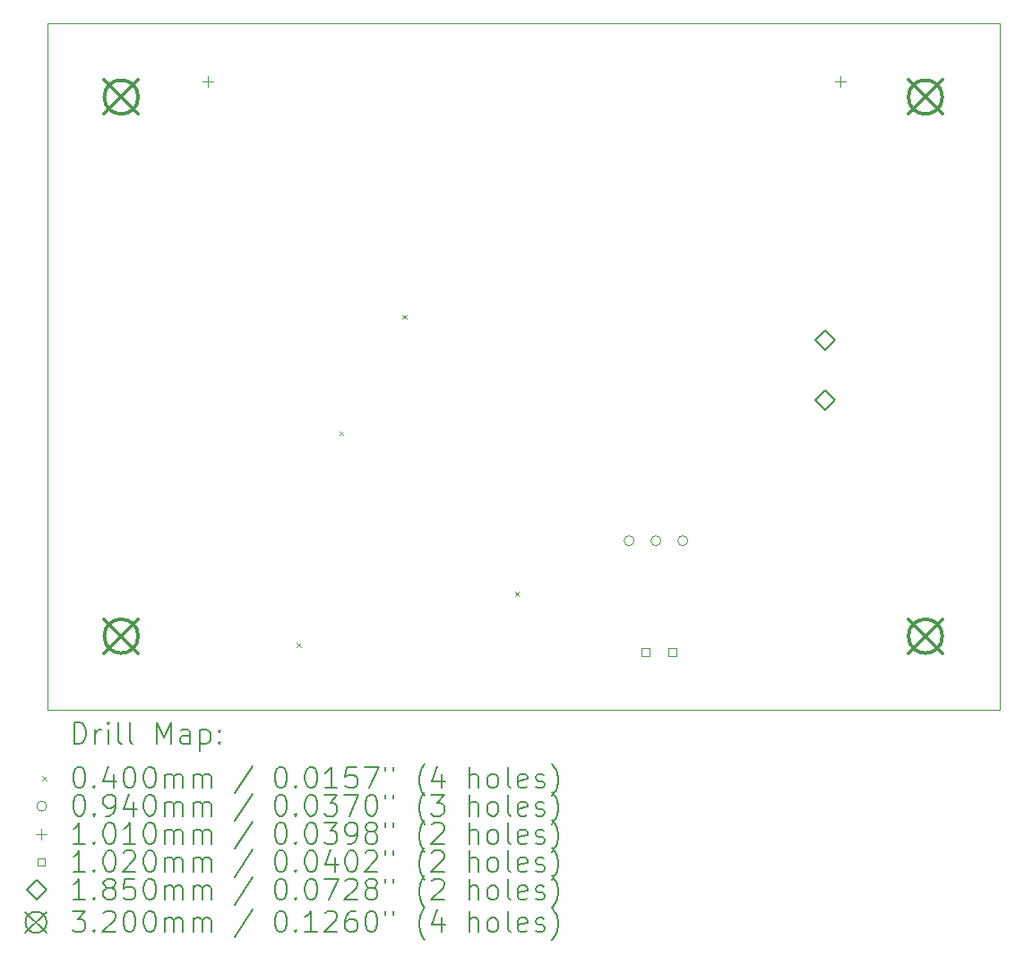
<source format=gbr>
%TF.GenerationSoftware,KiCad,Pcbnew,8.0.2*%
%TF.CreationDate,2024-09-03T17:04:25+02:00*%
%TF.ProjectId,Indicator_voltage,496e6469-6361-4746-9f72-5f766f6c7461,rev?*%
%TF.SameCoordinates,Original*%
%TF.FileFunction,Drillmap*%
%TF.FilePolarity,Positive*%
%FSLAX45Y45*%
G04 Gerber Fmt 4.5, Leading zero omitted, Abs format (unit mm)*
G04 Created by KiCad (PCBNEW 8.0.2) date 2024-09-03 17:04:25*
%MOMM*%
%LPD*%
G01*
G04 APERTURE LIST*
%ADD10C,0.100000*%
%ADD11C,0.200000*%
%ADD12C,0.101000*%
%ADD13C,0.102000*%
%ADD14C,0.185000*%
%ADD15C,0.320000*%
G04 APERTURE END LIST*
D10*
X3500000Y-4500000D02*
X12500000Y-4500000D01*
X12500000Y-11000000D01*
X3500000Y-11000000D01*
X3500000Y-4500000D01*
D11*
D10*
X5860000Y-10360000D02*
X5900000Y-10400000D01*
X5900000Y-10360000D02*
X5860000Y-10400000D01*
X6260000Y-8360000D02*
X6300000Y-8400000D01*
X6300000Y-8360000D02*
X6260000Y-8400000D01*
X6860000Y-7260000D02*
X6900000Y-7300000D01*
X6900000Y-7260000D02*
X6860000Y-7300000D01*
X7920000Y-9880000D02*
X7960000Y-9920000D01*
X7960000Y-9880000D02*
X7920000Y-9920000D01*
X9046850Y-9397600D02*
G75*
G02*
X8952850Y-9397600I-47000J0D01*
G01*
X8952850Y-9397600D02*
G75*
G02*
X9046850Y-9397600I47000J0D01*
G01*
X9300850Y-9397600D02*
G75*
G02*
X9206850Y-9397600I-47000J0D01*
G01*
X9206850Y-9397600D02*
G75*
G02*
X9300850Y-9397600I47000J0D01*
G01*
X9554850Y-9397600D02*
G75*
G02*
X9460850Y-9397600I-47000J0D01*
G01*
X9460850Y-9397600D02*
G75*
G02*
X9554850Y-9397600I47000J0D01*
G01*
D12*
X5016000Y-4999500D02*
X5016000Y-5100500D01*
X4965500Y-5050000D02*
X5066500Y-5050000D01*
X11000000Y-4999500D02*
X11000000Y-5100500D01*
X10949500Y-5050000D02*
X11050500Y-5050000D01*
D13*
X9192063Y-10486063D02*
X9192063Y-10413937D01*
X9119937Y-10413937D01*
X9119937Y-10486063D01*
X9192063Y-10486063D01*
X9446063Y-10486063D02*
X9446063Y-10413937D01*
X9373937Y-10413937D01*
X9373937Y-10486063D01*
X9446063Y-10486063D01*
D14*
X10850000Y-7592500D02*
X10942500Y-7500000D01*
X10850000Y-7407500D01*
X10757500Y-7500000D01*
X10850000Y-7592500D01*
X10850000Y-8162500D02*
X10942500Y-8070000D01*
X10850000Y-7977500D01*
X10757500Y-8070000D01*
X10850000Y-8162500D01*
D15*
X4040000Y-5040000D02*
X4360000Y-5360000D01*
X4360000Y-5040000D02*
X4040000Y-5360000D01*
X4360000Y-5200000D02*
G75*
G02*
X4040000Y-5200000I-160000J0D01*
G01*
X4040000Y-5200000D02*
G75*
G02*
X4360000Y-5200000I160000J0D01*
G01*
X4040000Y-10140000D02*
X4360000Y-10460000D01*
X4360000Y-10140000D02*
X4040000Y-10460000D01*
X4360000Y-10300000D02*
G75*
G02*
X4040000Y-10300000I-160000J0D01*
G01*
X4040000Y-10300000D02*
G75*
G02*
X4360000Y-10300000I160000J0D01*
G01*
X11640000Y-5040000D02*
X11960000Y-5360000D01*
X11960000Y-5040000D02*
X11640000Y-5360000D01*
X11960000Y-5200000D02*
G75*
G02*
X11640000Y-5200000I-160000J0D01*
G01*
X11640000Y-5200000D02*
G75*
G02*
X11960000Y-5200000I160000J0D01*
G01*
X11640000Y-10140000D02*
X11960000Y-10460000D01*
X11960000Y-10140000D02*
X11640000Y-10460000D01*
X11960000Y-10300000D02*
G75*
G02*
X11640000Y-10300000I-160000J0D01*
G01*
X11640000Y-10300000D02*
G75*
G02*
X11960000Y-10300000I160000J0D01*
G01*
D11*
X3755777Y-11316484D02*
X3755777Y-11116484D01*
X3755777Y-11116484D02*
X3803396Y-11116484D01*
X3803396Y-11116484D02*
X3831967Y-11126008D01*
X3831967Y-11126008D02*
X3851015Y-11145055D01*
X3851015Y-11145055D02*
X3860539Y-11164103D01*
X3860539Y-11164103D02*
X3870062Y-11202198D01*
X3870062Y-11202198D02*
X3870062Y-11230769D01*
X3870062Y-11230769D02*
X3860539Y-11268865D01*
X3860539Y-11268865D02*
X3851015Y-11287912D01*
X3851015Y-11287912D02*
X3831967Y-11306960D01*
X3831967Y-11306960D02*
X3803396Y-11316484D01*
X3803396Y-11316484D02*
X3755777Y-11316484D01*
X3955777Y-11316484D02*
X3955777Y-11183150D01*
X3955777Y-11221246D02*
X3965301Y-11202198D01*
X3965301Y-11202198D02*
X3974824Y-11192674D01*
X3974824Y-11192674D02*
X3993872Y-11183150D01*
X3993872Y-11183150D02*
X4012920Y-11183150D01*
X4079586Y-11316484D02*
X4079586Y-11183150D01*
X4079586Y-11116484D02*
X4070062Y-11126008D01*
X4070062Y-11126008D02*
X4079586Y-11135531D01*
X4079586Y-11135531D02*
X4089110Y-11126008D01*
X4089110Y-11126008D02*
X4079586Y-11116484D01*
X4079586Y-11116484D02*
X4079586Y-11135531D01*
X4203396Y-11316484D02*
X4184348Y-11306960D01*
X4184348Y-11306960D02*
X4174824Y-11287912D01*
X4174824Y-11287912D02*
X4174824Y-11116484D01*
X4308158Y-11316484D02*
X4289110Y-11306960D01*
X4289110Y-11306960D02*
X4279586Y-11287912D01*
X4279586Y-11287912D02*
X4279586Y-11116484D01*
X4536729Y-11316484D02*
X4536729Y-11116484D01*
X4536729Y-11116484D02*
X4603396Y-11259341D01*
X4603396Y-11259341D02*
X4670063Y-11116484D01*
X4670063Y-11116484D02*
X4670063Y-11316484D01*
X4851015Y-11316484D02*
X4851015Y-11211722D01*
X4851015Y-11211722D02*
X4841491Y-11192674D01*
X4841491Y-11192674D02*
X4822444Y-11183150D01*
X4822444Y-11183150D02*
X4784348Y-11183150D01*
X4784348Y-11183150D02*
X4765301Y-11192674D01*
X4851015Y-11306960D02*
X4831967Y-11316484D01*
X4831967Y-11316484D02*
X4784348Y-11316484D01*
X4784348Y-11316484D02*
X4765301Y-11306960D01*
X4765301Y-11306960D02*
X4755777Y-11287912D01*
X4755777Y-11287912D02*
X4755777Y-11268865D01*
X4755777Y-11268865D02*
X4765301Y-11249817D01*
X4765301Y-11249817D02*
X4784348Y-11240293D01*
X4784348Y-11240293D02*
X4831967Y-11240293D01*
X4831967Y-11240293D02*
X4851015Y-11230769D01*
X4946253Y-11183150D02*
X4946253Y-11383150D01*
X4946253Y-11192674D02*
X4965301Y-11183150D01*
X4965301Y-11183150D02*
X5003396Y-11183150D01*
X5003396Y-11183150D02*
X5022444Y-11192674D01*
X5022444Y-11192674D02*
X5031967Y-11202198D01*
X5031967Y-11202198D02*
X5041491Y-11221246D01*
X5041491Y-11221246D02*
X5041491Y-11278388D01*
X5041491Y-11278388D02*
X5031967Y-11297436D01*
X5031967Y-11297436D02*
X5022444Y-11306960D01*
X5022444Y-11306960D02*
X5003396Y-11316484D01*
X5003396Y-11316484D02*
X4965301Y-11316484D01*
X4965301Y-11316484D02*
X4946253Y-11306960D01*
X5127205Y-11297436D02*
X5136729Y-11306960D01*
X5136729Y-11306960D02*
X5127205Y-11316484D01*
X5127205Y-11316484D02*
X5117682Y-11306960D01*
X5117682Y-11306960D02*
X5127205Y-11297436D01*
X5127205Y-11297436D02*
X5127205Y-11316484D01*
X5127205Y-11192674D02*
X5136729Y-11202198D01*
X5136729Y-11202198D02*
X5127205Y-11211722D01*
X5127205Y-11211722D02*
X5117682Y-11202198D01*
X5117682Y-11202198D02*
X5127205Y-11192674D01*
X5127205Y-11192674D02*
X5127205Y-11211722D01*
D10*
X3455000Y-11625000D02*
X3495000Y-11665000D01*
X3495000Y-11625000D02*
X3455000Y-11665000D01*
D11*
X3793872Y-11536484D02*
X3812920Y-11536484D01*
X3812920Y-11536484D02*
X3831967Y-11546008D01*
X3831967Y-11546008D02*
X3841491Y-11555531D01*
X3841491Y-11555531D02*
X3851015Y-11574579D01*
X3851015Y-11574579D02*
X3860539Y-11612674D01*
X3860539Y-11612674D02*
X3860539Y-11660293D01*
X3860539Y-11660293D02*
X3851015Y-11698388D01*
X3851015Y-11698388D02*
X3841491Y-11717436D01*
X3841491Y-11717436D02*
X3831967Y-11726960D01*
X3831967Y-11726960D02*
X3812920Y-11736484D01*
X3812920Y-11736484D02*
X3793872Y-11736484D01*
X3793872Y-11736484D02*
X3774824Y-11726960D01*
X3774824Y-11726960D02*
X3765301Y-11717436D01*
X3765301Y-11717436D02*
X3755777Y-11698388D01*
X3755777Y-11698388D02*
X3746253Y-11660293D01*
X3746253Y-11660293D02*
X3746253Y-11612674D01*
X3746253Y-11612674D02*
X3755777Y-11574579D01*
X3755777Y-11574579D02*
X3765301Y-11555531D01*
X3765301Y-11555531D02*
X3774824Y-11546008D01*
X3774824Y-11546008D02*
X3793872Y-11536484D01*
X3946253Y-11717436D02*
X3955777Y-11726960D01*
X3955777Y-11726960D02*
X3946253Y-11736484D01*
X3946253Y-11736484D02*
X3936729Y-11726960D01*
X3936729Y-11726960D02*
X3946253Y-11717436D01*
X3946253Y-11717436D02*
X3946253Y-11736484D01*
X4127205Y-11603150D02*
X4127205Y-11736484D01*
X4079586Y-11526960D02*
X4031967Y-11669817D01*
X4031967Y-11669817D02*
X4155777Y-11669817D01*
X4270063Y-11536484D02*
X4289110Y-11536484D01*
X4289110Y-11536484D02*
X4308158Y-11546008D01*
X4308158Y-11546008D02*
X4317682Y-11555531D01*
X4317682Y-11555531D02*
X4327205Y-11574579D01*
X4327205Y-11574579D02*
X4336729Y-11612674D01*
X4336729Y-11612674D02*
X4336729Y-11660293D01*
X4336729Y-11660293D02*
X4327205Y-11698388D01*
X4327205Y-11698388D02*
X4317682Y-11717436D01*
X4317682Y-11717436D02*
X4308158Y-11726960D01*
X4308158Y-11726960D02*
X4289110Y-11736484D01*
X4289110Y-11736484D02*
X4270063Y-11736484D01*
X4270063Y-11736484D02*
X4251015Y-11726960D01*
X4251015Y-11726960D02*
X4241491Y-11717436D01*
X4241491Y-11717436D02*
X4231967Y-11698388D01*
X4231967Y-11698388D02*
X4222444Y-11660293D01*
X4222444Y-11660293D02*
X4222444Y-11612674D01*
X4222444Y-11612674D02*
X4231967Y-11574579D01*
X4231967Y-11574579D02*
X4241491Y-11555531D01*
X4241491Y-11555531D02*
X4251015Y-11546008D01*
X4251015Y-11546008D02*
X4270063Y-11536484D01*
X4460539Y-11536484D02*
X4479586Y-11536484D01*
X4479586Y-11536484D02*
X4498634Y-11546008D01*
X4498634Y-11546008D02*
X4508158Y-11555531D01*
X4508158Y-11555531D02*
X4517682Y-11574579D01*
X4517682Y-11574579D02*
X4527205Y-11612674D01*
X4527205Y-11612674D02*
X4527205Y-11660293D01*
X4527205Y-11660293D02*
X4517682Y-11698388D01*
X4517682Y-11698388D02*
X4508158Y-11717436D01*
X4508158Y-11717436D02*
X4498634Y-11726960D01*
X4498634Y-11726960D02*
X4479586Y-11736484D01*
X4479586Y-11736484D02*
X4460539Y-11736484D01*
X4460539Y-11736484D02*
X4441491Y-11726960D01*
X4441491Y-11726960D02*
X4431967Y-11717436D01*
X4431967Y-11717436D02*
X4422444Y-11698388D01*
X4422444Y-11698388D02*
X4412920Y-11660293D01*
X4412920Y-11660293D02*
X4412920Y-11612674D01*
X4412920Y-11612674D02*
X4422444Y-11574579D01*
X4422444Y-11574579D02*
X4431967Y-11555531D01*
X4431967Y-11555531D02*
X4441491Y-11546008D01*
X4441491Y-11546008D02*
X4460539Y-11536484D01*
X4612920Y-11736484D02*
X4612920Y-11603150D01*
X4612920Y-11622198D02*
X4622444Y-11612674D01*
X4622444Y-11612674D02*
X4641491Y-11603150D01*
X4641491Y-11603150D02*
X4670063Y-11603150D01*
X4670063Y-11603150D02*
X4689110Y-11612674D01*
X4689110Y-11612674D02*
X4698634Y-11631722D01*
X4698634Y-11631722D02*
X4698634Y-11736484D01*
X4698634Y-11631722D02*
X4708158Y-11612674D01*
X4708158Y-11612674D02*
X4727205Y-11603150D01*
X4727205Y-11603150D02*
X4755777Y-11603150D01*
X4755777Y-11603150D02*
X4774825Y-11612674D01*
X4774825Y-11612674D02*
X4784348Y-11631722D01*
X4784348Y-11631722D02*
X4784348Y-11736484D01*
X4879586Y-11736484D02*
X4879586Y-11603150D01*
X4879586Y-11622198D02*
X4889110Y-11612674D01*
X4889110Y-11612674D02*
X4908158Y-11603150D01*
X4908158Y-11603150D02*
X4936729Y-11603150D01*
X4936729Y-11603150D02*
X4955777Y-11612674D01*
X4955777Y-11612674D02*
X4965301Y-11631722D01*
X4965301Y-11631722D02*
X4965301Y-11736484D01*
X4965301Y-11631722D02*
X4974825Y-11612674D01*
X4974825Y-11612674D02*
X4993872Y-11603150D01*
X4993872Y-11603150D02*
X5022444Y-11603150D01*
X5022444Y-11603150D02*
X5041491Y-11612674D01*
X5041491Y-11612674D02*
X5051015Y-11631722D01*
X5051015Y-11631722D02*
X5051015Y-11736484D01*
X5441491Y-11526960D02*
X5270063Y-11784103D01*
X5698634Y-11536484D02*
X5717682Y-11536484D01*
X5717682Y-11536484D02*
X5736729Y-11546008D01*
X5736729Y-11546008D02*
X5746253Y-11555531D01*
X5746253Y-11555531D02*
X5755777Y-11574579D01*
X5755777Y-11574579D02*
X5765301Y-11612674D01*
X5765301Y-11612674D02*
X5765301Y-11660293D01*
X5765301Y-11660293D02*
X5755777Y-11698388D01*
X5755777Y-11698388D02*
X5746253Y-11717436D01*
X5746253Y-11717436D02*
X5736729Y-11726960D01*
X5736729Y-11726960D02*
X5717682Y-11736484D01*
X5717682Y-11736484D02*
X5698634Y-11736484D01*
X5698634Y-11736484D02*
X5679586Y-11726960D01*
X5679586Y-11726960D02*
X5670063Y-11717436D01*
X5670063Y-11717436D02*
X5660539Y-11698388D01*
X5660539Y-11698388D02*
X5651015Y-11660293D01*
X5651015Y-11660293D02*
X5651015Y-11612674D01*
X5651015Y-11612674D02*
X5660539Y-11574579D01*
X5660539Y-11574579D02*
X5670063Y-11555531D01*
X5670063Y-11555531D02*
X5679586Y-11546008D01*
X5679586Y-11546008D02*
X5698634Y-11536484D01*
X5851015Y-11717436D02*
X5860539Y-11726960D01*
X5860539Y-11726960D02*
X5851015Y-11736484D01*
X5851015Y-11736484D02*
X5841491Y-11726960D01*
X5841491Y-11726960D02*
X5851015Y-11717436D01*
X5851015Y-11717436D02*
X5851015Y-11736484D01*
X5984348Y-11536484D02*
X6003396Y-11536484D01*
X6003396Y-11536484D02*
X6022444Y-11546008D01*
X6022444Y-11546008D02*
X6031967Y-11555531D01*
X6031967Y-11555531D02*
X6041491Y-11574579D01*
X6041491Y-11574579D02*
X6051015Y-11612674D01*
X6051015Y-11612674D02*
X6051015Y-11660293D01*
X6051015Y-11660293D02*
X6041491Y-11698388D01*
X6041491Y-11698388D02*
X6031967Y-11717436D01*
X6031967Y-11717436D02*
X6022444Y-11726960D01*
X6022444Y-11726960D02*
X6003396Y-11736484D01*
X6003396Y-11736484D02*
X5984348Y-11736484D01*
X5984348Y-11736484D02*
X5965301Y-11726960D01*
X5965301Y-11726960D02*
X5955777Y-11717436D01*
X5955777Y-11717436D02*
X5946253Y-11698388D01*
X5946253Y-11698388D02*
X5936729Y-11660293D01*
X5936729Y-11660293D02*
X5936729Y-11612674D01*
X5936729Y-11612674D02*
X5946253Y-11574579D01*
X5946253Y-11574579D02*
X5955777Y-11555531D01*
X5955777Y-11555531D02*
X5965301Y-11546008D01*
X5965301Y-11546008D02*
X5984348Y-11536484D01*
X6241491Y-11736484D02*
X6127206Y-11736484D01*
X6184348Y-11736484D02*
X6184348Y-11536484D01*
X6184348Y-11536484D02*
X6165301Y-11565055D01*
X6165301Y-11565055D02*
X6146253Y-11584103D01*
X6146253Y-11584103D02*
X6127206Y-11593627D01*
X6422444Y-11536484D02*
X6327206Y-11536484D01*
X6327206Y-11536484D02*
X6317682Y-11631722D01*
X6317682Y-11631722D02*
X6327206Y-11622198D01*
X6327206Y-11622198D02*
X6346253Y-11612674D01*
X6346253Y-11612674D02*
X6393872Y-11612674D01*
X6393872Y-11612674D02*
X6412920Y-11622198D01*
X6412920Y-11622198D02*
X6422444Y-11631722D01*
X6422444Y-11631722D02*
X6431967Y-11650769D01*
X6431967Y-11650769D02*
X6431967Y-11698388D01*
X6431967Y-11698388D02*
X6422444Y-11717436D01*
X6422444Y-11717436D02*
X6412920Y-11726960D01*
X6412920Y-11726960D02*
X6393872Y-11736484D01*
X6393872Y-11736484D02*
X6346253Y-11736484D01*
X6346253Y-11736484D02*
X6327206Y-11726960D01*
X6327206Y-11726960D02*
X6317682Y-11717436D01*
X6498634Y-11536484D02*
X6631967Y-11536484D01*
X6631967Y-11536484D02*
X6546253Y-11736484D01*
X6698634Y-11536484D02*
X6698634Y-11574579D01*
X6774825Y-11536484D02*
X6774825Y-11574579D01*
X7070063Y-11812674D02*
X7060539Y-11803150D01*
X7060539Y-11803150D02*
X7041491Y-11774579D01*
X7041491Y-11774579D02*
X7031968Y-11755531D01*
X7031968Y-11755531D02*
X7022444Y-11726960D01*
X7022444Y-11726960D02*
X7012920Y-11679341D01*
X7012920Y-11679341D02*
X7012920Y-11641246D01*
X7012920Y-11641246D02*
X7022444Y-11593627D01*
X7022444Y-11593627D02*
X7031968Y-11565055D01*
X7031968Y-11565055D02*
X7041491Y-11546008D01*
X7041491Y-11546008D02*
X7060539Y-11517436D01*
X7060539Y-11517436D02*
X7070063Y-11507912D01*
X7231968Y-11603150D02*
X7231968Y-11736484D01*
X7184348Y-11526960D02*
X7136729Y-11669817D01*
X7136729Y-11669817D02*
X7260539Y-11669817D01*
X7489110Y-11736484D02*
X7489110Y-11536484D01*
X7574825Y-11736484D02*
X7574825Y-11631722D01*
X7574825Y-11631722D02*
X7565301Y-11612674D01*
X7565301Y-11612674D02*
X7546253Y-11603150D01*
X7546253Y-11603150D02*
X7517682Y-11603150D01*
X7517682Y-11603150D02*
X7498634Y-11612674D01*
X7498634Y-11612674D02*
X7489110Y-11622198D01*
X7698634Y-11736484D02*
X7679587Y-11726960D01*
X7679587Y-11726960D02*
X7670063Y-11717436D01*
X7670063Y-11717436D02*
X7660539Y-11698388D01*
X7660539Y-11698388D02*
X7660539Y-11641246D01*
X7660539Y-11641246D02*
X7670063Y-11622198D01*
X7670063Y-11622198D02*
X7679587Y-11612674D01*
X7679587Y-11612674D02*
X7698634Y-11603150D01*
X7698634Y-11603150D02*
X7727206Y-11603150D01*
X7727206Y-11603150D02*
X7746253Y-11612674D01*
X7746253Y-11612674D02*
X7755777Y-11622198D01*
X7755777Y-11622198D02*
X7765301Y-11641246D01*
X7765301Y-11641246D02*
X7765301Y-11698388D01*
X7765301Y-11698388D02*
X7755777Y-11717436D01*
X7755777Y-11717436D02*
X7746253Y-11726960D01*
X7746253Y-11726960D02*
X7727206Y-11736484D01*
X7727206Y-11736484D02*
X7698634Y-11736484D01*
X7879587Y-11736484D02*
X7860539Y-11726960D01*
X7860539Y-11726960D02*
X7851015Y-11707912D01*
X7851015Y-11707912D02*
X7851015Y-11536484D01*
X8031968Y-11726960D02*
X8012920Y-11736484D01*
X8012920Y-11736484D02*
X7974825Y-11736484D01*
X7974825Y-11736484D02*
X7955777Y-11726960D01*
X7955777Y-11726960D02*
X7946253Y-11707912D01*
X7946253Y-11707912D02*
X7946253Y-11631722D01*
X7946253Y-11631722D02*
X7955777Y-11612674D01*
X7955777Y-11612674D02*
X7974825Y-11603150D01*
X7974825Y-11603150D02*
X8012920Y-11603150D01*
X8012920Y-11603150D02*
X8031968Y-11612674D01*
X8031968Y-11612674D02*
X8041491Y-11631722D01*
X8041491Y-11631722D02*
X8041491Y-11650769D01*
X8041491Y-11650769D02*
X7946253Y-11669817D01*
X8117682Y-11726960D02*
X8136730Y-11736484D01*
X8136730Y-11736484D02*
X8174825Y-11736484D01*
X8174825Y-11736484D02*
X8193872Y-11726960D01*
X8193872Y-11726960D02*
X8203396Y-11707912D01*
X8203396Y-11707912D02*
X8203396Y-11698388D01*
X8203396Y-11698388D02*
X8193872Y-11679341D01*
X8193872Y-11679341D02*
X8174825Y-11669817D01*
X8174825Y-11669817D02*
X8146253Y-11669817D01*
X8146253Y-11669817D02*
X8127206Y-11660293D01*
X8127206Y-11660293D02*
X8117682Y-11641246D01*
X8117682Y-11641246D02*
X8117682Y-11631722D01*
X8117682Y-11631722D02*
X8127206Y-11612674D01*
X8127206Y-11612674D02*
X8146253Y-11603150D01*
X8146253Y-11603150D02*
X8174825Y-11603150D01*
X8174825Y-11603150D02*
X8193872Y-11612674D01*
X8270063Y-11812674D02*
X8279587Y-11803150D01*
X8279587Y-11803150D02*
X8298634Y-11774579D01*
X8298634Y-11774579D02*
X8308158Y-11755531D01*
X8308158Y-11755531D02*
X8317682Y-11726960D01*
X8317682Y-11726960D02*
X8327206Y-11679341D01*
X8327206Y-11679341D02*
X8327206Y-11641246D01*
X8327206Y-11641246D02*
X8317682Y-11593627D01*
X8317682Y-11593627D02*
X8308158Y-11565055D01*
X8308158Y-11565055D02*
X8298634Y-11546008D01*
X8298634Y-11546008D02*
X8279587Y-11517436D01*
X8279587Y-11517436D02*
X8270063Y-11507912D01*
D10*
X3495000Y-11909000D02*
G75*
G02*
X3401000Y-11909000I-47000J0D01*
G01*
X3401000Y-11909000D02*
G75*
G02*
X3495000Y-11909000I47000J0D01*
G01*
D11*
X3793872Y-11800484D02*
X3812920Y-11800484D01*
X3812920Y-11800484D02*
X3831967Y-11810008D01*
X3831967Y-11810008D02*
X3841491Y-11819531D01*
X3841491Y-11819531D02*
X3851015Y-11838579D01*
X3851015Y-11838579D02*
X3860539Y-11876674D01*
X3860539Y-11876674D02*
X3860539Y-11924293D01*
X3860539Y-11924293D02*
X3851015Y-11962388D01*
X3851015Y-11962388D02*
X3841491Y-11981436D01*
X3841491Y-11981436D02*
X3831967Y-11990960D01*
X3831967Y-11990960D02*
X3812920Y-12000484D01*
X3812920Y-12000484D02*
X3793872Y-12000484D01*
X3793872Y-12000484D02*
X3774824Y-11990960D01*
X3774824Y-11990960D02*
X3765301Y-11981436D01*
X3765301Y-11981436D02*
X3755777Y-11962388D01*
X3755777Y-11962388D02*
X3746253Y-11924293D01*
X3746253Y-11924293D02*
X3746253Y-11876674D01*
X3746253Y-11876674D02*
X3755777Y-11838579D01*
X3755777Y-11838579D02*
X3765301Y-11819531D01*
X3765301Y-11819531D02*
X3774824Y-11810008D01*
X3774824Y-11810008D02*
X3793872Y-11800484D01*
X3946253Y-11981436D02*
X3955777Y-11990960D01*
X3955777Y-11990960D02*
X3946253Y-12000484D01*
X3946253Y-12000484D02*
X3936729Y-11990960D01*
X3936729Y-11990960D02*
X3946253Y-11981436D01*
X3946253Y-11981436D02*
X3946253Y-12000484D01*
X4051015Y-12000484D02*
X4089110Y-12000484D01*
X4089110Y-12000484D02*
X4108158Y-11990960D01*
X4108158Y-11990960D02*
X4117682Y-11981436D01*
X4117682Y-11981436D02*
X4136729Y-11952865D01*
X4136729Y-11952865D02*
X4146253Y-11914769D01*
X4146253Y-11914769D02*
X4146253Y-11838579D01*
X4146253Y-11838579D02*
X4136729Y-11819531D01*
X4136729Y-11819531D02*
X4127205Y-11810008D01*
X4127205Y-11810008D02*
X4108158Y-11800484D01*
X4108158Y-11800484D02*
X4070062Y-11800484D01*
X4070062Y-11800484D02*
X4051015Y-11810008D01*
X4051015Y-11810008D02*
X4041491Y-11819531D01*
X4041491Y-11819531D02*
X4031967Y-11838579D01*
X4031967Y-11838579D02*
X4031967Y-11886198D01*
X4031967Y-11886198D02*
X4041491Y-11905246D01*
X4041491Y-11905246D02*
X4051015Y-11914769D01*
X4051015Y-11914769D02*
X4070062Y-11924293D01*
X4070062Y-11924293D02*
X4108158Y-11924293D01*
X4108158Y-11924293D02*
X4127205Y-11914769D01*
X4127205Y-11914769D02*
X4136729Y-11905246D01*
X4136729Y-11905246D02*
X4146253Y-11886198D01*
X4317682Y-11867150D02*
X4317682Y-12000484D01*
X4270063Y-11790960D02*
X4222444Y-11933817D01*
X4222444Y-11933817D02*
X4346253Y-11933817D01*
X4460539Y-11800484D02*
X4479586Y-11800484D01*
X4479586Y-11800484D02*
X4498634Y-11810008D01*
X4498634Y-11810008D02*
X4508158Y-11819531D01*
X4508158Y-11819531D02*
X4517682Y-11838579D01*
X4517682Y-11838579D02*
X4527205Y-11876674D01*
X4527205Y-11876674D02*
X4527205Y-11924293D01*
X4527205Y-11924293D02*
X4517682Y-11962388D01*
X4517682Y-11962388D02*
X4508158Y-11981436D01*
X4508158Y-11981436D02*
X4498634Y-11990960D01*
X4498634Y-11990960D02*
X4479586Y-12000484D01*
X4479586Y-12000484D02*
X4460539Y-12000484D01*
X4460539Y-12000484D02*
X4441491Y-11990960D01*
X4441491Y-11990960D02*
X4431967Y-11981436D01*
X4431967Y-11981436D02*
X4422444Y-11962388D01*
X4422444Y-11962388D02*
X4412920Y-11924293D01*
X4412920Y-11924293D02*
X4412920Y-11876674D01*
X4412920Y-11876674D02*
X4422444Y-11838579D01*
X4422444Y-11838579D02*
X4431967Y-11819531D01*
X4431967Y-11819531D02*
X4441491Y-11810008D01*
X4441491Y-11810008D02*
X4460539Y-11800484D01*
X4612920Y-12000484D02*
X4612920Y-11867150D01*
X4612920Y-11886198D02*
X4622444Y-11876674D01*
X4622444Y-11876674D02*
X4641491Y-11867150D01*
X4641491Y-11867150D02*
X4670063Y-11867150D01*
X4670063Y-11867150D02*
X4689110Y-11876674D01*
X4689110Y-11876674D02*
X4698634Y-11895722D01*
X4698634Y-11895722D02*
X4698634Y-12000484D01*
X4698634Y-11895722D02*
X4708158Y-11876674D01*
X4708158Y-11876674D02*
X4727205Y-11867150D01*
X4727205Y-11867150D02*
X4755777Y-11867150D01*
X4755777Y-11867150D02*
X4774825Y-11876674D01*
X4774825Y-11876674D02*
X4784348Y-11895722D01*
X4784348Y-11895722D02*
X4784348Y-12000484D01*
X4879586Y-12000484D02*
X4879586Y-11867150D01*
X4879586Y-11886198D02*
X4889110Y-11876674D01*
X4889110Y-11876674D02*
X4908158Y-11867150D01*
X4908158Y-11867150D02*
X4936729Y-11867150D01*
X4936729Y-11867150D02*
X4955777Y-11876674D01*
X4955777Y-11876674D02*
X4965301Y-11895722D01*
X4965301Y-11895722D02*
X4965301Y-12000484D01*
X4965301Y-11895722D02*
X4974825Y-11876674D01*
X4974825Y-11876674D02*
X4993872Y-11867150D01*
X4993872Y-11867150D02*
X5022444Y-11867150D01*
X5022444Y-11867150D02*
X5041491Y-11876674D01*
X5041491Y-11876674D02*
X5051015Y-11895722D01*
X5051015Y-11895722D02*
X5051015Y-12000484D01*
X5441491Y-11790960D02*
X5270063Y-12048103D01*
X5698634Y-11800484D02*
X5717682Y-11800484D01*
X5717682Y-11800484D02*
X5736729Y-11810008D01*
X5736729Y-11810008D02*
X5746253Y-11819531D01*
X5746253Y-11819531D02*
X5755777Y-11838579D01*
X5755777Y-11838579D02*
X5765301Y-11876674D01*
X5765301Y-11876674D02*
X5765301Y-11924293D01*
X5765301Y-11924293D02*
X5755777Y-11962388D01*
X5755777Y-11962388D02*
X5746253Y-11981436D01*
X5746253Y-11981436D02*
X5736729Y-11990960D01*
X5736729Y-11990960D02*
X5717682Y-12000484D01*
X5717682Y-12000484D02*
X5698634Y-12000484D01*
X5698634Y-12000484D02*
X5679586Y-11990960D01*
X5679586Y-11990960D02*
X5670063Y-11981436D01*
X5670063Y-11981436D02*
X5660539Y-11962388D01*
X5660539Y-11962388D02*
X5651015Y-11924293D01*
X5651015Y-11924293D02*
X5651015Y-11876674D01*
X5651015Y-11876674D02*
X5660539Y-11838579D01*
X5660539Y-11838579D02*
X5670063Y-11819531D01*
X5670063Y-11819531D02*
X5679586Y-11810008D01*
X5679586Y-11810008D02*
X5698634Y-11800484D01*
X5851015Y-11981436D02*
X5860539Y-11990960D01*
X5860539Y-11990960D02*
X5851015Y-12000484D01*
X5851015Y-12000484D02*
X5841491Y-11990960D01*
X5841491Y-11990960D02*
X5851015Y-11981436D01*
X5851015Y-11981436D02*
X5851015Y-12000484D01*
X5984348Y-11800484D02*
X6003396Y-11800484D01*
X6003396Y-11800484D02*
X6022444Y-11810008D01*
X6022444Y-11810008D02*
X6031967Y-11819531D01*
X6031967Y-11819531D02*
X6041491Y-11838579D01*
X6041491Y-11838579D02*
X6051015Y-11876674D01*
X6051015Y-11876674D02*
X6051015Y-11924293D01*
X6051015Y-11924293D02*
X6041491Y-11962388D01*
X6041491Y-11962388D02*
X6031967Y-11981436D01*
X6031967Y-11981436D02*
X6022444Y-11990960D01*
X6022444Y-11990960D02*
X6003396Y-12000484D01*
X6003396Y-12000484D02*
X5984348Y-12000484D01*
X5984348Y-12000484D02*
X5965301Y-11990960D01*
X5965301Y-11990960D02*
X5955777Y-11981436D01*
X5955777Y-11981436D02*
X5946253Y-11962388D01*
X5946253Y-11962388D02*
X5936729Y-11924293D01*
X5936729Y-11924293D02*
X5936729Y-11876674D01*
X5936729Y-11876674D02*
X5946253Y-11838579D01*
X5946253Y-11838579D02*
X5955777Y-11819531D01*
X5955777Y-11819531D02*
X5965301Y-11810008D01*
X5965301Y-11810008D02*
X5984348Y-11800484D01*
X6117682Y-11800484D02*
X6241491Y-11800484D01*
X6241491Y-11800484D02*
X6174825Y-11876674D01*
X6174825Y-11876674D02*
X6203396Y-11876674D01*
X6203396Y-11876674D02*
X6222444Y-11886198D01*
X6222444Y-11886198D02*
X6231967Y-11895722D01*
X6231967Y-11895722D02*
X6241491Y-11914769D01*
X6241491Y-11914769D02*
X6241491Y-11962388D01*
X6241491Y-11962388D02*
X6231967Y-11981436D01*
X6231967Y-11981436D02*
X6222444Y-11990960D01*
X6222444Y-11990960D02*
X6203396Y-12000484D01*
X6203396Y-12000484D02*
X6146253Y-12000484D01*
X6146253Y-12000484D02*
X6127206Y-11990960D01*
X6127206Y-11990960D02*
X6117682Y-11981436D01*
X6308158Y-11800484D02*
X6441491Y-11800484D01*
X6441491Y-11800484D02*
X6355777Y-12000484D01*
X6555777Y-11800484D02*
X6574825Y-11800484D01*
X6574825Y-11800484D02*
X6593872Y-11810008D01*
X6593872Y-11810008D02*
X6603396Y-11819531D01*
X6603396Y-11819531D02*
X6612920Y-11838579D01*
X6612920Y-11838579D02*
X6622444Y-11876674D01*
X6622444Y-11876674D02*
X6622444Y-11924293D01*
X6622444Y-11924293D02*
X6612920Y-11962388D01*
X6612920Y-11962388D02*
X6603396Y-11981436D01*
X6603396Y-11981436D02*
X6593872Y-11990960D01*
X6593872Y-11990960D02*
X6574825Y-12000484D01*
X6574825Y-12000484D02*
X6555777Y-12000484D01*
X6555777Y-12000484D02*
X6536729Y-11990960D01*
X6536729Y-11990960D02*
X6527206Y-11981436D01*
X6527206Y-11981436D02*
X6517682Y-11962388D01*
X6517682Y-11962388D02*
X6508158Y-11924293D01*
X6508158Y-11924293D02*
X6508158Y-11876674D01*
X6508158Y-11876674D02*
X6517682Y-11838579D01*
X6517682Y-11838579D02*
X6527206Y-11819531D01*
X6527206Y-11819531D02*
X6536729Y-11810008D01*
X6536729Y-11810008D02*
X6555777Y-11800484D01*
X6698634Y-11800484D02*
X6698634Y-11838579D01*
X6774825Y-11800484D02*
X6774825Y-11838579D01*
X7070063Y-12076674D02*
X7060539Y-12067150D01*
X7060539Y-12067150D02*
X7041491Y-12038579D01*
X7041491Y-12038579D02*
X7031968Y-12019531D01*
X7031968Y-12019531D02*
X7022444Y-11990960D01*
X7022444Y-11990960D02*
X7012920Y-11943341D01*
X7012920Y-11943341D02*
X7012920Y-11905246D01*
X7012920Y-11905246D02*
X7022444Y-11857627D01*
X7022444Y-11857627D02*
X7031968Y-11829055D01*
X7031968Y-11829055D02*
X7041491Y-11810008D01*
X7041491Y-11810008D02*
X7060539Y-11781436D01*
X7060539Y-11781436D02*
X7070063Y-11771912D01*
X7127206Y-11800484D02*
X7251015Y-11800484D01*
X7251015Y-11800484D02*
X7184348Y-11876674D01*
X7184348Y-11876674D02*
X7212920Y-11876674D01*
X7212920Y-11876674D02*
X7231968Y-11886198D01*
X7231968Y-11886198D02*
X7241491Y-11895722D01*
X7241491Y-11895722D02*
X7251015Y-11914769D01*
X7251015Y-11914769D02*
X7251015Y-11962388D01*
X7251015Y-11962388D02*
X7241491Y-11981436D01*
X7241491Y-11981436D02*
X7231968Y-11990960D01*
X7231968Y-11990960D02*
X7212920Y-12000484D01*
X7212920Y-12000484D02*
X7155777Y-12000484D01*
X7155777Y-12000484D02*
X7136729Y-11990960D01*
X7136729Y-11990960D02*
X7127206Y-11981436D01*
X7489110Y-12000484D02*
X7489110Y-11800484D01*
X7574825Y-12000484D02*
X7574825Y-11895722D01*
X7574825Y-11895722D02*
X7565301Y-11876674D01*
X7565301Y-11876674D02*
X7546253Y-11867150D01*
X7546253Y-11867150D02*
X7517682Y-11867150D01*
X7517682Y-11867150D02*
X7498634Y-11876674D01*
X7498634Y-11876674D02*
X7489110Y-11886198D01*
X7698634Y-12000484D02*
X7679587Y-11990960D01*
X7679587Y-11990960D02*
X7670063Y-11981436D01*
X7670063Y-11981436D02*
X7660539Y-11962388D01*
X7660539Y-11962388D02*
X7660539Y-11905246D01*
X7660539Y-11905246D02*
X7670063Y-11886198D01*
X7670063Y-11886198D02*
X7679587Y-11876674D01*
X7679587Y-11876674D02*
X7698634Y-11867150D01*
X7698634Y-11867150D02*
X7727206Y-11867150D01*
X7727206Y-11867150D02*
X7746253Y-11876674D01*
X7746253Y-11876674D02*
X7755777Y-11886198D01*
X7755777Y-11886198D02*
X7765301Y-11905246D01*
X7765301Y-11905246D02*
X7765301Y-11962388D01*
X7765301Y-11962388D02*
X7755777Y-11981436D01*
X7755777Y-11981436D02*
X7746253Y-11990960D01*
X7746253Y-11990960D02*
X7727206Y-12000484D01*
X7727206Y-12000484D02*
X7698634Y-12000484D01*
X7879587Y-12000484D02*
X7860539Y-11990960D01*
X7860539Y-11990960D02*
X7851015Y-11971912D01*
X7851015Y-11971912D02*
X7851015Y-11800484D01*
X8031968Y-11990960D02*
X8012920Y-12000484D01*
X8012920Y-12000484D02*
X7974825Y-12000484D01*
X7974825Y-12000484D02*
X7955777Y-11990960D01*
X7955777Y-11990960D02*
X7946253Y-11971912D01*
X7946253Y-11971912D02*
X7946253Y-11895722D01*
X7946253Y-11895722D02*
X7955777Y-11876674D01*
X7955777Y-11876674D02*
X7974825Y-11867150D01*
X7974825Y-11867150D02*
X8012920Y-11867150D01*
X8012920Y-11867150D02*
X8031968Y-11876674D01*
X8031968Y-11876674D02*
X8041491Y-11895722D01*
X8041491Y-11895722D02*
X8041491Y-11914769D01*
X8041491Y-11914769D02*
X7946253Y-11933817D01*
X8117682Y-11990960D02*
X8136730Y-12000484D01*
X8136730Y-12000484D02*
X8174825Y-12000484D01*
X8174825Y-12000484D02*
X8193872Y-11990960D01*
X8193872Y-11990960D02*
X8203396Y-11971912D01*
X8203396Y-11971912D02*
X8203396Y-11962388D01*
X8203396Y-11962388D02*
X8193872Y-11943341D01*
X8193872Y-11943341D02*
X8174825Y-11933817D01*
X8174825Y-11933817D02*
X8146253Y-11933817D01*
X8146253Y-11933817D02*
X8127206Y-11924293D01*
X8127206Y-11924293D02*
X8117682Y-11905246D01*
X8117682Y-11905246D02*
X8117682Y-11895722D01*
X8117682Y-11895722D02*
X8127206Y-11876674D01*
X8127206Y-11876674D02*
X8146253Y-11867150D01*
X8146253Y-11867150D02*
X8174825Y-11867150D01*
X8174825Y-11867150D02*
X8193872Y-11876674D01*
X8270063Y-12076674D02*
X8279587Y-12067150D01*
X8279587Y-12067150D02*
X8298634Y-12038579D01*
X8298634Y-12038579D02*
X8308158Y-12019531D01*
X8308158Y-12019531D02*
X8317682Y-11990960D01*
X8317682Y-11990960D02*
X8327206Y-11943341D01*
X8327206Y-11943341D02*
X8327206Y-11905246D01*
X8327206Y-11905246D02*
X8317682Y-11857627D01*
X8317682Y-11857627D02*
X8308158Y-11829055D01*
X8308158Y-11829055D02*
X8298634Y-11810008D01*
X8298634Y-11810008D02*
X8279587Y-11781436D01*
X8279587Y-11781436D02*
X8270063Y-11771912D01*
D12*
X3444500Y-12122500D02*
X3444500Y-12223500D01*
X3394000Y-12173000D02*
X3495000Y-12173000D01*
D11*
X3860539Y-12264484D02*
X3746253Y-12264484D01*
X3803396Y-12264484D02*
X3803396Y-12064484D01*
X3803396Y-12064484D02*
X3784348Y-12093055D01*
X3784348Y-12093055D02*
X3765301Y-12112103D01*
X3765301Y-12112103D02*
X3746253Y-12121627D01*
X3946253Y-12245436D02*
X3955777Y-12254960D01*
X3955777Y-12254960D02*
X3946253Y-12264484D01*
X3946253Y-12264484D02*
X3936729Y-12254960D01*
X3936729Y-12254960D02*
X3946253Y-12245436D01*
X3946253Y-12245436D02*
X3946253Y-12264484D01*
X4079586Y-12064484D02*
X4098634Y-12064484D01*
X4098634Y-12064484D02*
X4117682Y-12074008D01*
X4117682Y-12074008D02*
X4127205Y-12083531D01*
X4127205Y-12083531D02*
X4136729Y-12102579D01*
X4136729Y-12102579D02*
X4146253Y-12140674D01*
X4146253Y-12140674D02*
X4146253Y-12188293D01*
X4146253Y-12188293D02*
X4136729Y-12226388D01*
X4136729Y-12226388D02*
X4127205Y-12245436D01*
X4127205Y-12245436D02*
X4117682Y-12254960D01*
X4117682Y-12254960D02*
X4098634Y-12264484D01*
X4098634Y-12264484D02*
X4079586Y-12264484D01*
X4079586Y-12264484D02*
X4060539Y-12254960D01*
X4060539Y-12254960D02*
X4051015Y-12245436D01*
X4051015Y-12245436D02*
X4041491Y-12226388D01*
X4041491Y-12226388D02*
X4031967Y-12188293D01*
X4031967Y-12188293D02*
X4031967Y-12140674D01*
X4031967Y-12140674D02*
X4041491Y-12102579D01*
X4041491Y-12102579D02*
X4051015Y-12083531D01*
X4051015Y-12083531D02*
X4060539Y-12074008D01*
X4060539Y-12074008D02*
X4079586Y-12064484D01*
X4336729Y-12264484D02*
X4222444Y-12264484D01*
X4279586Y-12264484D02*
X4279586Y-12064484D01*
X4279586Y-12064484D02*
X4260539Y-12093055D01*
X4260539Y-12093055D02*
X4241491Y-12112103D01*
X4241491Y-12112103D02*
X4222444Y-12121627D01*
X4460539Y-12064484D02*
X4479586Y-12064484D01*
X4479586Y-12064484D02*
X4498634Y-12074008D01*
X4498634Y-12074008D02*
X4508158Y-12083531D01*
X4508158Y-12083531D02*
X4517682Y-12102579D01*
X4517682Y-12102579D02*
X4527205Y-12140674D01*
X4527205Y-12140674D02*
X4527205Y-12188293D01*
X4527205Y-12188293D02*
X4517682Y-12226388D01*
X4517682Y-12226388D02*
X4508158Y-12245436D01*
X4508158Y-12245436D02*
X4498634Y-12254960D01*
X4498634Y-12254960D02*
X4479586Y-12264484D01*
X4479586Y-12264484D02*
X4460539Y-12264484D01*
X4460539Y-12264484D02*
X4441491Y-12254960D01*
X4441491Y-12254960D02*
X4431967Y-12245436D01*
X4431967Y-12245436D02*
X4422444Y-12226388D01*
X4422444Y-12226388D02*
X4412920Y-12188293D01*
X4412920Y-12188293D02*
X4412920Y-12140674D01*
X4412920Y-12140674D02*
X4422444Y-12102579D01*
X4422444Y-12102579D02*
X4431967Y-12083531D01*
X4431967Y-12083531D02*
X4441491Y-12074008D01*
X4441491Y-12074008D02*
X4460539Y-12064484D01*
X4612920Y-12264484D02*
X4612920Y-12131150D01*
X4612920Y-12150198D02*
X4622444Y-12140674D01*
X4622444Y-12140674D02*
X4641491Y-12131150D01*
X4641491Y-12131150D02*
X4670063Y-12131150D01*
X4670063Y-12131150D02*
X4689110Y-12140674D01*
X4689110Y-12140674D02*
X4698634Y-12159722D01*
X4698634Y-12159722D02*
X4698634Y-12264484D01*
X4698634Y-12159722D02*
X4708158Y-12140674D01*
X4708158Y-12140674D02*
X4727205Y-12131150D01*
X4727205Y-12131150D02*
X4755777Y-12131150D01*
X4755777Y-12131150D02*
X4774825Y-12140674D01*
X4774825Y-12140674D02*
X4784348Y-12159722D01*
X4784348Y-12159722D02*
X4784348Y-12264484D01*
X4879586Y-12264484D02*
X4879586Y-12131150D01*
X4879586Y-12150198D02*
X4889110Y-12140674D01*
X4889110Y-12140674D02*
X4908158Y-12131150D01*
X4908158Y-12131150D02*
X4936729Y-12131150D01*
X4936729Y-12131150D02*
X4955777Y-12140674D01*
X4955777Y-12140674D02*
X4965301Y-12159722D01*
X4965301Y-12159722D02*
X4965301Y-12264484D01*
X4965301Y-12159722D02*
X4974825Y-12140674D01*
X4974825Y-12140674D02*
X4993872Y-12131150D01*
X4993872Y-12131150D02*
X5022444Y-12131150D01*
X5022444Y-12131150D02*
X5041491Y-12140674D01*
X5041491Y-12140674D02*
X5051015Y-12159722D01*
X5051015Y-12159722D02*
X5051015Y-12264484D01*
X5441491Y-12054960D02*
X5270063Y-12312103D01*
X5698634Y-12064484D02*
X5717682Y-12064484D01*
X5717682Y-12064484D02*
X5736729Y-12074008D01*
X5736729Y-12074008D02*
X5746253Y-12083531D01*
X5746253Y-12083531D02*
X5755777Y-12102579D01*
X5755777Y-12102579D02*
X5765301Y-12140674D01*
X5765301Y-12140674D02*
X5765301Y-12188293D01*
X5765301Y-12188293D02*
X5755777Y-12226388D01*
X5755777Y-12226388D02*
X5746253Y-12245436D01*
X5746253Y-12245436D02*
X5736729Y-12254960D01*
X5736729Y-12254960D02*
X5717682Y-12264484D01*
X5717682Y-12264484D02*
X5698634Y-12264484D01*
X5698634Y-12264484D02*
X5679586Y-12254960D01*
X5679586Y-12254960D02*
X5670063Y-12245436D01*
X5670063Y-12245436D02*
X5660539Y-12226388D01*
X5660539Y-12226388D02*
X5651015Y-12188293D01*
X5651015Y-12188293D02*
X5651015Y-12140674D01*
X5651015Y-12140674D02*
X5660539Y-12102579D01*
X5660539Y-12102579D02*
X5670063Y-12083531D01*
X5670063Y-12083531D02*
X5679586Y-12074008D01*
X5679586Y-12074008D02*
X5698634Y-12064484D01*
X5851015Y-12245436D02*
X5860539Y-12254960D01*
X5860539Y-12254960D02*
X5851015Y-12264484D01*
X5851015Y-12264484D02*
X5841491Y-12254960D01*
X5841491Y-12254960D02*
X5851015Y-12245436D01*
X5851015Y-12245436D02*
X5851015Y-12264484D01*
X5984348Y-12064484D02*
X6003396Y-12064484D01*
X6003396Y-12064484D02*
X6022444Y-12074008D01*
X6022444Y-12074008D02*
X6031967Y-12083531D01*
X6031967Y-12083531D02*
X6041491Y-12102579D01*
X6041491Y-12102579D02*
X6051015Y-12140674D01*
X6051015Y-12140674D02*
X6051015Y-12188293D01*
X6051015Y-12188293D02*
X6041491Y-12226388D01*
X6041491Y-12226388D02*
X6031967Y-12245436D01*
X6031967Y-12245436D02*
X6022444Y-12254960D01*
X6022444Y-12254960D02*
X6003396Y-12264484D01*
X6003396Y-12264484D02*
X5984348Y-12264484D01*
X5984348Y-12264484D02*
X5965301Y-12254960D01*
X5965301Y-12254960D02*
X5955777Y-12245436D01*
X5955777Y-12245436D02*
X5946253Y-12226388D01*
X5946253Y-12226388D02*
X5936729Y-12188293D01*
X5936729Y-12188293D02*
X5936729Y-12140674D01*
X5936729Y-12140674D02*
X5946253Y-12102579D01*
X5946253Y-12102579D02*
X5955777Y-12083531D01*
X5955777Y-12083531D02*
X5965301Y-12074008D01*
X5965301Y-12074008D02*
X5984348Y-12064484D01*
X6117682Y-12064484D02*
X6241491Y-12064484D01*
X6241491Y-12064484D02*
X6174825Y-12140674D01*
X6174825Y-12140674D02*
X6203396Y-12140674D01*
X6203396Y-12140674D02*
X6222444Y-12150198D01*
X6222444Y-12150198D02*
X6231967Y-12159722D01*
X6231967Y-12159722D02*
X6241491Y-12178769D01*
X6241491Y-12178769D02*
X6241491Y-12226388D01*
X6241491Y-12226388D02*
X6231967Y-12245436D01*
X6231967Y-12245436D02*
X6222444Y-12254960D01*
X6222444Y-12254960D02*
X6203396Y-12264484D01*
X6203396Y-12264484D02*
X6146253Y-12264484D01*
X6146253Y-12264484D02*
X6127206Y-12254960D01*
X6127206Y-12254960D02*
X6117682Y-12245436D01*
X6336729Y-12264484D02*
X6374825Y-12264484D01*
X6374825Y-12264484D02*
X6393872Y-12254960D01*
X6393872Y-12254960D02*
X6403396Y-12245436D01*
X6403396Y-12245436D02*
X6422444Y-12216865D01*
X6422444Y-12216865D02*
X6431967Y-12178769D01*
X6431967Y-12178769D02*
X6431967Y-12102579D01*
X6431967Y-12102579D02*
X6422444Y-12083531D01*
X6422444Y-12083531D02*
X6412920Y-12074008D01*
X6412920Y-12074008D02*
X6393872Y-12064484D01*
X6393872Y-12064484D02*
X6355777Y-12064484D01*
X6355777Y-12064484D02*
X6336729Y-12074008D01*
X6336729Y-12074008D02*
X6327206Y-12083531D01*
X6327206Y-12083531D02*
X6317682Y-12102579D01*
X6317682Y-12102579D02*
X6317682Y-12150198D01*
X6317682Y-12150198D02*
X6327206Y-12169246D01*
X6327206Y-12169246D02*
X6336729Y-12178769D01*
X6336729Y-12178769D02*
X6355777Y-12188293D01*
X6355777Y-12188293D02*
X6393872Y-12188293D01*
X6393872Y-12188293D02*
X6412920Y-12178769D01*
X6412920Y-12178769D02*
X6422444Y-12169246D01*
X6422444Y-12169246D02*
X6431967Y-12150198D01*
X6546253Y-12150198D02*
X6527206Y-12140674D01*
X6527206Y-12140674D02*
X6517682Y-12131150D01*
X6517682Y-12131150D02*
X6508158Y-12112103D01*
X6508158Y-12112103D02*
X6508158Y-12102579D01*
X6508158Y-12102579D02*
X6517682Y-12083531D01*
X6517682Y-12083531D02*
X6527206Y-12074008D01*
X6527206Y-12074008D02*
X6546253Y-12064484D01*
X6546253Y-12064484D02*
X6584348Y-12064484D01*
X6584348Y-12064484D02*
X6603396Y-12074008D01*
X6603396Y-12074008D02*
X6612920Y-12083531D01*
X6612920Y-12083531D02*
X6622444Y-12102579D01*
X6622444Y-12102579D02*
X6622444Y-12112103D01*
X6622444Y-12112103D02*
X6612920Y-12131150D01*
X6612920Y-12131150D02*
X6603396Y-12140674D01*
X6603396Y-12140674D02*
X6584348Y-12150198D01*
X6584348Y-12150198D02*
X6546253Y-12150198D01*
X6546253Y-12150198D02*
X6527206Y-12159722D01*
X6527206Y-12159722D02*
X6517682Y-12169246D01*
X6517682Y-12169246D02*
X6508158Y-12188293D01*
X6508158Y-12188293D02*
X6508158Y-12226388D01*
X6508158Y-12226388D02*
X6517682Y-12245436D01*
X6517682Y-12245436D02*
X6527206Y-12254960D01*
X6527206Y-12254960D02*
X6546253Y-12264484D01*
X6546253Y-12264484D02*
X6584348Y-12264484D01*
X6584348Y-12264484D02*
X6603396Y-12254960D01*
X6603396Y-12254960D02*
X6612920Y-12245436D01*
X6612920Y-12245436D02*
X6622444Y-12226388D01*
X6622444Y-12226388D02*
X6622444Y-12188293D01*
X6622444Y-12188293D02*
X6612920Y-12169246D01*
X6612920Y-12169246D02*
X6603396Y-12159722D01*
X6603396Y-12159722D02*
X6584348Y-12150198D01*
X6698634Y-12064484D02*
X6698634Y-12102579D01*
X6774825Y-12064484D02*
X6774825Y-12102579D01*
X7070063Y-12340674D02*
X7060539Y-12331150D01*
X7060539Y-12331150D02*
X7041491Y-12302579D01*
X7041491Y-12302579D02*
X7031968Y-12283531D01*
X7031968Y-12283531D02*
X7022444Y-12254960D01*
X7022444Y-12254960D02*
X7012920Y-12207341D01*
X7012920Y-12207341D02*
X7012920Y-12169246D01*
X7012920Y-12169246D02*
X7022444Y-12121627D01*
X7022444Y-12121627D02*
X7031968Y-12093055D01*
X7031968Y-12093055D02*
X7041491Y-12074008D01*
X7041491Y-12074008D02*
X7060539Y-12045436D01*
X7060539Y-12045436D02*
X7070063Y-12035912D01*
X7136729Y-12083531D02*
X7146253Y-12074008D01*
X7146253Y-12074008D02*
X7165301Y-12064484D01*
X7165301Y-12064484D02*
X7212920Y-12064484D01*
X7212920Y-12064484D02*
X7231968Y-12074008D01*
X7231968Y-12074008D02*
X7241491Y-12083531D01*
X7241491Y-12083531D02*
X7251015Y-12102579D01*
X7251015Y-12102579D02*
X7251015Y-12121627D01*
X7251015Y-12121627D02*
X7241491Y-12150198D01*
X7241491Y-12150198D02*
X7127206Y-12264484D01*
X7127206Y-12264484D02*
X7251015Y-12264484D01*
X7489110Y-12264484D02*
X7489110Y-12064484D01*
X7574825Y-12264484D02*
X7574825Y-12159722D01*
X7574825Y-12159722D02*
X7565301Y-12140674D01*
X7565301Y-12140674D02*
X7546253Y-12131150D01*
X7546253Y-12131150D02*
X7517682Y-12131150D01*
X7517682Y-12131150D02*
X7498634Y-12140674D01*
X7498634Y-12140674D02*
X7489110Y-12150198D01*
X7698634Y-12264484D02*
X7679587Y-12254960D01*
X7679587Y-12254960D02*
X7670063Y-12245436D01*
X7670063Y-12245436D02*
X7660539Y-12226388D01*
X7660539Y-12226388D02*
X7660539Y-12169246D01*
X7660539Y-12169246D02*
X7670063Y-12150198D01*
X7670063Y-12150198D02*
X7679587Y-12140674D01*
X7679587Y-12140674D02*
X7698634Y-12131150D01*
X7698634Y-12131150D02*
X7727206Y-12131150D01*
X7727206Y-12131150D02*
X7746253Y-12140674D01*
X7746253Y-12140674D02*
X7755777Y-12150198D01*
X7755777Y-12150198D02*
X7765301Y-12169246D01*
X7765301Y-12169246D02*
X7765301Y-12226388D01*
X7765301Y-12226388D02*
X7755777Y-12245436D01*
X7755777Y-12245436D02*
X7746253Y-12254960D01*
X7746253Y-12254960D02*
X7727206Y-12264484D01*
X7727206Y-12264484D02*
X7698634Y-12264484D01*
X7879587Y-12264484D02*
X7860539Y-12254960D01*
X7860539Y-12254960D02*
X7851015Y-12235912D01*
X7851015Y-12235912D02*
X7851015Y-12064484D01*
X8031968Y-12254960D02*
X8012920Y-12264484D01*
X8012920Y-12264484D02*
X7974825Y-12264484D01*
X7974825Y-12264484D02*
X7955777Y-12254960D01*
X7955777Y-12254960D02*
X7946253Y-12235912D01*
X7946253Y-12235912D02*
X7946253Y-12159722D01*
X7946253Y-12159722D02*
X7955777Y-12140674D01*
X7955777Y-12140674D02*
X7974825Y-12131150D01*
X7974825Y-12131150D02*
X8012920Y-12131150D01*
X8012920Y-12131150D02*
X8031968Y-12140674D01*
X8031968Y-12140674D02*
X8041491Y-12159722D01*
X8041491Y-12159722D02*
X8041491Y-12178769D01*
X8041491Y-12178769D02*
X7946253Y-12197817D01*
X8117682Y-12254960D02*
X8136730Y-12264484D01*
X8136730Y-12264484D02*
X8174825Y-12264484D01*
X8174825Y-12264484D02*
X8193872Y-12254960D01*
X8193872Y-12254960D02*
X8203396Y-12235912D01*
X8203396Y-12235912D02*
X8203396Y-12226388D01*
X8203396Y-12226388D02*
X8193872Y-12207341D01*
X8193872Y-12207341D02*
X8174825Y-12197817D01*
X8174825Y-12197817D02*
X8146253Y-12197817D01*
X8146253Y-12197817D02*
X8127206Y-12188293D01*
X8127206Y-12188293D02*
X8117682Y-12169246D01*
X8117682Y-12169246D02*
X8117682Y-12159722D01*
X8117682Y-12159722D02*
X8127206Y-12140674D01*
X8127206Y-12140674D02*
X8146253Y-12131150D01*
X8146253Y-12131150D02*
X8174825Y-12131150D01*
X8174825Y-12131150D02*
X8193872Y-12140674D01*
X8270063Y-12340674D02*
X8279587Y-12331150D01*
X8279587Y-12331150D02*
X8298634Y-12302579D01*
X8298634Y-12302579D02*
X8308158Y-12283531D01*
X8308158Y-12283531D02*
X8317682Y-12254960D01*
X8317682Y-12254960D02*
X8327206Y-12207341D01*
X8327206Y-12207341D02*
X8327206Y-12169246D01*
X8327206Y-12169246D02*
X8317682Y-12121627D01*
X8317682Y-12121627D02*
X8308158Y-12093055D01*
X8308158Y-12093055D02*
X8298634Y-12074008D01*
X8298634Y-12074008D02*
X8279587Y-12045436D01*
X8279587Y-12045436D02*
X8270063Y-12035912D01*
D13*
X3480063Y-12473063D02*
X3480063Y-12400937D01*
X3407937Y-12400937D01*
X3407937Y-12473063D01*
X3480063Y-12473063D01*
D11*
X3860539Y-12528484D02*
X3746253Y-12528484D01*
X3803396Y-12528484D02*
X3803396Y-12328484D01*
X3803396Y-12328484D02*
X3784348Y-12357055D01*
X3784348Y-12357055D02*
X3765301Y-12376103D01*
X3765301Y-12376103D02*
X3746253Y-12385627D01*
X3946253Y-12509436D02*
X3955777Y-12518960D01*
X3955777Y-12518960D02*
X3946253Y-12528484D01*
X3946253Y-12528484D02*
X3936729Y-12518960D01*
X3936729Y-12518960D02*
X3946253Y-12509436D01*
X3946253Y-12509436D02*
X3946253Y-12528484D01*
X4079586Y-12328484D02*
X4098634Y-12328484D01*
X4098634Y-12328484D02*
X4117682Y-12338008D01*
X4117682Y-12338008D02*
X4127205Y-12347531D01*
X4127205Y-12347531D02*
X4136729Y-12366579D01*
X4136729Y-12366579D02*
X4146253Y-12404674D01*
X4146253Y-12404674D02*
X4146253Y-12452293D01*
X4146253Y-12452293D02*
X4136729Y-12490388D01*
X4136729Y-12490388D02*
X4127205Y-12509436D01*
X4127205Y-12509436D02*
X4117682Y-12518960D01*
X4117682Y-12518960D02*
X4098634Y-12528484D01*
X4098634Y-12528484D02*
X4079586Y-12528484D01*
X4079586Y-12528484D02*
X4060539Y-12518960D01*
X4060539Y-12518960D02*
X4051015Y-12509436D01*
X4051015Y-12509436D02*
X4041491Y-12490388D01*
X4041491Y-12490388D02*
X4031967Y-12452293D01*
X4031967Y-12452293D02*
X4031967Y-12404674D01*
X4031967Y-12404674D02*
X4041491Y-12366579D01*
X4041491Y-12366579D02*
X4051015Y-12347531D01*
X4051015Y-12347531D02*
X4060539Y-12338008D01*
X4060539Y-12338008D02*
X4079586Y-12328484D01*
X4222444Y-12347531D02*
X4231967Y-12338008D01*
X4231967Y-12338008D02*
X4251015Y-12328484D01*
X4251015Y-12328484D02*
X4298634Y-12328484D01*
X4298634Y-12328484D02*
X4317682Y-12338008D01*
X4317682Y-12338008D02*
X4327205Y-12347531D01*
X4327205Y-12347531D02*
X4336729Y-12366579D01*
X4336729Y-12366579D02*
X4336729Y-12385627D01*
X4336729Y-12385627D02*
X4327205Y-12414198D01*
X4327205Y-12414198D02*
X4212920Y-12528484D01*
X4212920Y-12528484D02*
X4336729Y-12528484D01*
X4460539Y-12328484D02*
X4479586Y-12328484D01*
X4479586Y-12328484D02*
X4498634Y-12338008D01*
X4498634Y-12338008D02*
X4508158Y-12347531D01*
X4508158Y-12347531D02*
X4517682Y-12366579D01*
X4517682Y-12366579D02*
X4527205Y-12404674D01*
X4527205Y-12404674D02*
X4527205Y-12452293D01*
X4527205Y-12452293D02*
X4517682Y-12490388D01*
X4517682Y-12490388D02*
X4508158Y-12509436D01*
X4508158Y-12509436D02*
X4498634Y-12518960D01*
X4498634Y-12518960D02*
X4479586Y-12528484D01*
X4479586Y-12528484D02*
X4460539Y-12528484D01*
X4460539Y-12528484D02*
X4441491Y-12518960D01*
X4441491Y-12518960D02*
X4431967Y-12509436D01*
X4431967Y-12509436D02*
X4422444Y-12490388D01*
X4422444Y-12490388D02*
X4412920Y-12452293D01*
X4412920Y-12452293D02*
X4412920Y-12404674D01*
X4412920Y-12404674D02*
X4422444Y-12366579D01*
X4422444Y-12366579D02*
X4431967Y-12347531D01*
X4431967Y-12347531D02*
X4441491Y-12338008D01*
X4441491Y-12338008D02*
X4460539Y-12328484D01*
X4612920Y-12528484D02*
X4612920Y-12395150D01*
X4612920Y-12414198D02*
X4622444Y-12404674D01*
X4622444Y-12404674D02*
X4641491Y-12395150D01*
X4641491Y-12395150D02*
X4670063Y-12395150D01*
X4670063Y-12395150D02*
X4689110Y-12404674D01*
X4689110Y-12404674D02*
X4698634Y-12423722D01*
X4698634Y-12423722D02*
X4698634Y-12528484D01*
X4698634Y-12423722D02*
X4708158Y-12404674D01*
X4708158Y-12404674D02*
X4727205Y-12395150D01*
X4727205Y-12395150D02*
X4755777Y-12395150D01*
X4755777Y-12395150D02*
X4774825Y-12404674D01*
X4774825Y-12404674D02*
X4784348Y-12423722D01*
X4784348Y-12423722D02*
X4784348Y-12528484D01*
X4879586Y-12528484D02*
X4879586Y-12395150D01*
X4879586Y-12414198D02*
X4889110Y-12404674D01*
X4889110Y-12404674D02*
X4908158Y-12395150D01*
X4908158Y-12395150D02*
X4936729Y-12395150D01*
X4936729Y-12395150D02*
X4955777Y-12404674D01*
X4955777Y-12404674D02*
X4965301Y-12423722D01*
X4965301Y-12423722D02*
X4965301Y-12528484D01*
X4965301Y-12423722D02*
X4974825Y-12404674D01*
X4974825Y-12404674D02*
X4993872Y-12395150D01*
X4993872Y-12395150D02*
X5022444Y-12395150D01*
X5022444Y-12395150D02*
X5041491Y-12404674D01*
X5041491Y-12404674D02*
X5051015Y-12423722D01*
X5051015Y-12423722D02*
X5051015Y-12528484D01*
X5441491Y-12318960D02*
X5270063Y-12576103D01*
X5698634Y-12328484D02*
X5717682Y-12328484D01*
X5717682Y-12328484D02*
X5736729Y-12338008D01*
X5736729Y-12338008D02*
X5746253Y-12347531D01*
X5746253Y-12347531D02*
X5755777Y-12366579D01*
X5755777Y-12366579D02*
X5765301Y-12404674D01*
X5765301Y-12404674D02*
X5765301Y-12452293D01*
X5765301Y-12452293D02*
X5755777Y-12490388D01*
X5755777Y-12490388D02*
X5746253Y-12509436D01*
X5746253Y-12509436D02*
X5736729Y-12518960D01*
X5736729Y-12518960D02*
X5717682Y-12528484D01*
X5717682Y-12528484D02*
X5698634Y-12528484D01*
X5698634Y-12528484D02*
X5679586Y-12518960D01*
X5679586Y-12518960D02*
X5670063Y-12509436D01*
X5670063Y-12509436D02*
X5660539Y-12490388D01*
X5660539Y-12490388D02*
X5651015Y-12452293D01*
X5651015Y-12452293D02*
X5651015Y-12404674D01*
X5651015Y-12404674D02*
X5660539Y-12366579D01*
X5660539Y-12366579D02*
X5670063Y-12347531D01*
X5670063Y-12347531D02*
X5679586Y-12338008D01*
X5679586Y-12338008D02*
X5698634Y-12328484D01*
X5851015Y-12509436D02*
X5860539Y-12518960D01*
X5860539Y-12518960D02*
X5851015Y-12528484D01*
X5851015Y-12528484D02*
X5841491Y-12518960D01*
X5841491Y-12518960D02*
X5851015Y-12509436D01*
X5851015Y-12509436D02*
X5851015Y-12528484D01*
X5984348Y-12328484D02*
X6003396Y-12328484D01*
X6003396Y-12328484D02*
X6022444Y-12338008D01*
X6022444Y-12338008D02*
X6031967Y-12347531D01*
X6031967Y-12347531D02*
X6041491Y-12366579D01*
X6041491Y-12366579D02*
X6051015Y-12404674D01*
X6051015Y-12404674D02*
X6051015Y-12452293D01*
X6051015Y-12452293D02*
X6041491Y-12490388D01*
X6041491Y-12490388D02*
X6031967Y-12509436D01*
X6031967Y-12509436D02*
X6022444Y-12518960D01*
X6022444Y-12518960D02*
X6003396Y-12528484D01*
X6003396Y-12528484D02*
X5984348Y-12528484D01*
X5984348Y-12528484D02*
X5965301Y-12518960D01*
X5965301Y-12518960D02*
X5955777Y-12509436D01*
X5955777Y-12509436D02*
X5946253Y-12490388D01*
X5946253Y-12490388D02*
X5936729Y-12452293D01*
X5936729Y-12452293D02*
X5936729Y-12404674D01*
X5936729Y-12404674D02*
X5946253Y-12366579D01*
X5946253Y-12366579D02*
X5955777Y-12347531D01*
X5955777Y-12347531D02*
X5965301Y-12338008D01*
X5965301Y-12338008D02*
X5984348Y-12328484D01*
X6222444Y-12395150D02*
X6222444Y-12528484D01*
X6174825Y-12318960D02*
X6127206Y-12461817D01*
X6127206Y-12461817D02*
X6251015Y-12461817D01*
X6365301Y-12328484D02*
X6384348Y-12328484D01*
X6384348Y-12328484D02*
X6403396Y-12338008D01*
X6403396Y-12338008D02*
X6412920Y-12347531D01*
X6412920Y-12347531D02*
X6422444Y-12366579D01*
X6422444Y-12366579D02*
X6431967Y-12404674D01*
X6431967Y-12404674D02*
X6431967Y-12452293D01*
X6431967Y-12452293D02*
X6422444Y-12490388D01*
X6422444Y-12490388D02*
X6412920Y-12509436D01*
X6412920Y-12509436D02*
X6403396Y-12518960D01*
X6403396Y-12518960D02*
X6384348Y-12528484D01*
X6384348Y-12528484D02*
X6365301Y-12528484D01*
X6365301Y-12528484D02*
X6346253Y-12518960D01*
X6346253Y-12518960D02*
X6336729Y-12509436D01*
X6336729Y-12509436D02*
X6327206Y-12490388D01*
X6327206Y-12490388D02*
X6317682Y-12452293D01*
X6317682Y-12452293D02*
X6317682Y-12404674D01*
X6317682Y-12404674D02*
X6327206Y-12366579D01*
X6327206Y-12366579D02*
X6336729Y-12347531D01*
X6336729Y-12347531D02*
X6346253Y-12338008D01*
X6346253Y-12338008D02*
X6365301Y-12328484D01*
X6508158Y-12347531D02*
X6517682Y-12338008D01*
X6517682Y-12338008D02*
X6536729Y-12328484D01*
X6536729Y-12328484D02*
X6584348Y-12328484D01*
X6584348Y-12328484D02*
X6603396Y-12338008D01*
X6603396Y-12338008D02*
X6612920Y-12347531D01*
X6612920Y-12347531D02*
X6622444Y-12366579D01*
X6622444Y-12366579D02*
X6622444Y-12385627D01*
X6622444Y-12385627D02*
X6612920Y-12414198D01*
X6612920Y-12414198D02*
X6498634Y-12528484D01*
X6498634Y-12528484D02*
X6622444Y-12528484D01*
X6698634Y-12328484D02*
X6698634Y-12366579D01*
X6774825Y-12328484D02*
X6774825Y-12366579D01*
X7070063Y-12604674D02*
X7060539Y-12595150D01*
X7060539Y-12595150D02*
X7041491Y-12566579D01*
X7041491Y-12566579D02*
X7031968Y-12547531D01*
X7031968Y-12547531D02*
X7022444Y-12518960D01*
X7022444Y-12518960D02*
X7012920Y-12471341D01*
X7012920Y-12471341D02*
X7012920Y-12433246D01*
X7012920Y-12433246D02*
X7022444Y-12385627D01*
X7022444Y-12385627D02*
X7031968Y-12357055D01*
X7031968Y-12357055D02*
X7041491Y-12338008D01*
X7041491Y-12338008D02*
X7060539Y-12309436D01*
X7060539Y-12309436D02*
X7070063Y-12299912D01*
X7136729Y-12347531D02*
X7146253Y-12338008D01*
X7146253Y-12338008D02*
X7165301Y-12328484D01*
X7165301Y-12328484D02*
X7212920Y-12328484D01*
X7212920Y-12328484D02*
X7231968Y-12338008D01*
X7231968Y-12338008D02*
X7241491Y-12347531D01*
X7241491Y-12347531D02*
X7251015Y-12366579D01*
X7251015Y-12366579D02*
X7251015Y-12385627D01*
X7251015Y-12385627D02*
X7241491Y-12414198D01*
X7241491Y-12414198D02*
X7127206Y-12528484D01*
X7127206Y-12528484D02*
X7251015Y-12528484D01*
X7489110Y-12528484D02*
X7489110Y-12328484D01*
X7574825Y-12528484D02*
X7574825Y-12423722D01*
X7574825Y-12423722D02*
X7565301Y-12404674D01*
X7565301Y-12404674D02*
X7546253Y-12395150D01*
X7546253Y-12395150D02*
X7517682Y-12395150D01*
X7517682Y-12395150D02*
X7498634Y-12404674D01*
X7498634Y-12404674D02*
X7489110Y-12414198D01*
X7698634Y-12528484D02*
X7679587Y-12518960D01*
X7679587Y-12518960D02*
X7670063Y-12509436D01*
X7670063Y-12509436D02*
X7660539Y-12490388D01*
X7660539Y-12490388D02*
X7660539Y-12433246D01*
X7660539Y-12433246D02*
X7670063Y-12414198D01*
X7670063Y-12414198D02*
X7679587Y-12404674D01*
X7679587Y-12404674D02*
X7698634Y-12395150D01*
X7698634Y-12395150D02*
X7727206Y-12395150D01*
X7727206Y-12395150D02*
X7746253Y-12404674D01*
X7746253Y-12404674D02*
X7755777Y-12414198D01*
X7755777Y-12414198D02*
X7765301Y-12433246D01*
X7765301Y-12433246D02*
X7765301Y-12490388D01*
X7765301Y-12490388D02*
X7755777Y-12509436D01*
X7755777Y-12509436D02*
X7746253Y-12518960D01*
X7746253Y-12518960D02*
X7727206Y-12528484D01*
X7727206Y-12528484D02*
X7698634Y-12528484D01*
X7879587Y-12528484D02*
X7860539Y-12518960D01*
X7860539Y-12518960D02*
X7851015Y-12499912D01*
X7851015Y-12499912D02*
X7851015Y-12328484D01*
X8031968Y-12518960D02*
X8012920Y-12528484D01*
X8012920Y-12528484D02*
X7974825Y-12528484D01*
X7974825Y-12528484D02*
X7955777Y-12518960D01*
X7955777Y-12518960D02*
X7946253Y-12499912D01*
X7946253Y-12499912D02*
X7946253Y-12423722D01*
X7946253Y-12423722D02*
X7955777Y-12404674D01*
X7955777Y-12404674D02*
X7974825Y-12395150D01*
X7974825Y-12395150D02*
X8012920Y-12395150D01*
X8012920Y-12395150D02*
X8031968Y-12404674D01*
X8031968Y-12404674D02*
X8041491Y-12423722D01*
X8041491Y-12423722D02*
X8041491Y-12442769D01*
X8041491Y-12442769D02*
X7946253Y-12461817D01*
X8117682Y-12518960D02*
X8136730Y-12528484D01*
X8136730Y-12528484D02*
X8174825Y-12528484D01*
X8174825Y-12528484D02*
X8193872Y-12518960D01*
X8193872Y-12518960D02*
X8203396Y-12499912D01*
X8203396Y-12499912D02*
X8203396Y-12490388D01*
X8203396Y-12490388D02*
X8193872Y-12471341D01*
X8193872Y-12471341D02*
X8174825Y-12461817D01*
X8174825Y-12461817D02*
X8146253Y-12461817D01*
X8146253Y-12461817D02*
X8127206Y-12452293D01*
X8127206Y-12452293D02*
X8117682Y-12433246D01*
X8117682Y-12433246D02*
X8117682Y-12423722D01*
X8117682Y-12423722D02*
X8127206Y-12404674D01*
X8127206Y-12404674D02*
X8146253Y-12395150D01*
X8146253Y-12395150D02*
X8174825Y-12395150D01*
X8174825Y-12395150D02*
X8193872Y-12404674D01*
X8270063Y-12604674D02*
X8279587Y-12595150D01*
X8279587Y-12595150D02*
X8298634Y-12566579D01*
X8298634Y-12566579D02*
X8308158Y-12547531D01*
X8308158Y-12547531D02*
X8317682Y-12518960D01*
X8317682Y-12518960D02*
X8327206Y-12471341D01*
X8327206Y-12471341D02*
X8327206Y-12433246D01*
X8327206Y-12433246D02*
X8317682Y-12385627D01*
X8317682Y-12385627D02*
X8308158Y-12357055D01*
X8308158Y-12357055D02*
X8298634Y-12338008D01*
X8298634Y-12338008D02*
X8279587Y-12309436D01*
X8279587Y-12309436D02*
X8270063Y-12299912D01*
D14*
X3402500Y-12793500D02*
X3495000Y-12701000D01*
X3402500Y-12608500D01*
X3310000Y-12701000D01*
X3402500Y-12793500D01*
D11*
X3860539Y-12792484D02*
X3746253Y-12792484D01*
X3803396Y-12792484D02*
X3803396Y-12592484D01*
X3803396Y-12592484D02*
X3784348Y-12621055D01*
X3784348Y-12621055D02*
X3765301Y-12640103D01*
X3765301Y-12640103D02*
X3746253Y-12649627D01*
X3946253Y-12773436D02*
X3955777Y-12782960D01*
X3955777Y-12782960D02*
X3946253Y-12792484D01*
X3946253Y-12792484D02*
X3936729Y-12782960D01*
X3936729Y-12782960D02*
X3946253Y-12773436D01*
X3946253Y-12773436D02*
X3946253Y-12792484D01*
X4070062Y-12678198D02*
X4051015Y-12668674D01*
X4051015Y-12668674D02*
X4041491Y-12659150D01*
X4041491Y-12659150D02*
X4031967Y-12640103D01*
X4031967Y-12640103D02*
X4031967Y-12630579D01*
X4031967Y-12630579D02*
X4041491Y-12611531D01*
X4041491Y-12611531D02*
X4051015Y-12602008D01*
X4051015Y-12602008D02*
X4070062Y-12592484D01*
X4070062Y-12592484D02*
X4108158Y-12592484D01*
X4108158Y-12592484D02*
X4127205Y-12602008D01*
X4127205Y-12602008D02*
X4136729Y-12611531D01*
X4136729Y-12611531D02*
X4146253Y-12630579D01*
X4146253Y-12630579D02*
X4146253Y-12640103D01*
X4146253Y-12640103D02*
X4136729Y-12659150D01*
X4136729Y-12659150D02*
X4127205Y-12668674D01*
X4127205Y-12668674D02*
X4108158Y-12678198D01*
X4108158Y-12678198D02*
X4070062Y-12678198D01*
X4070062Y-12678198D02*
X4051015Y-12687722D01*
X4051015Y-12687722D02*
X4041491Y-12697246D01*
X4041491Y-12697246D02*
X4031967Y-12716293D01*
X4031967Y-12716293D02*
X4031967Y-12754388D01*
X4031967Y-12754388D02*
X4041491Y-12773436D01*
X4041491Y-12773436D02*
X4051015Y-12782960D01*
X4051015Y-12782960D02*
X4070062Y-12792484D01*
X4070062Y-12792484D02*
X4108158Y-12792484D01*
X4108158Y-12792484D02*
X4127205Y-12782960D01*
X4127205Y-12782960D02*
X4136729Y-12773436D01*
X4136729Y-12773436D02*
X4146253Y-12754388D01*
X4146253Y-12754388D02*
X4146253Y-12716293D01*
X4146253Y-12716293D02*
X4136729Y-12697246D01*
X4136729Y-12697246D02*
X4127205Y-12687722D01*
X4127205Y-12687722D02*
X4108158Y-12678198D01*
X4327205Y-12592484D02*
X4231967Y-12592484D01*
X4231967Y-12592484D02*
X4222444Y-12687722D01*
X4222444Y-12687722D02*
X4231967Y-12678198D01*
X4231967Y-12678198D02*
X4251015Y-12668674D01*
X4251015Y-12668674D02*
X4298634Y-12668674D01*
X4298634Y-12668674D02*
X4317682Y-12678198D01*
X4317682Y-12678198D02*
X4327205Y-12687722D01*
X4327205Y-12687722D02*
X4336729Y-12706769D01*
X4336729Y-12706769D02*
X4336729Y-12754388D01*
X4336729Y-12754388D02*
X4327205Y-12773436D01*
X4327205Y-12773436D02*
X4317682Y-12782960D01*
X4317682Y-12782960D02*
X4298634Y-12792484D01*
X4298634Y-12792484D02*
X4251015Y-12792484D01*
X4251015Y-12792484D02*
X4231967Y-12782960D01*
X4231967Y-12782960D02*
X4222444Y-12773436D01*
X4460539Y-12592484D02*
X4479586Y-12592484D01*
X4479586Y-12592484D02*
X4498634Y-12602008D01*
X4498634Y-12602008D02*
X4508158Y-12611531D01*
X4508158Y-12611531D02*
X4517682Y-12630579D01*
X4517682Y-12630579D02*
X4527205Y-12668674D01*
X4527205Y-12668674D02*
X4527205Y-12716293D01*
X4527205Y-12716293D02*
X4517682Y-12754388D01*
X4517682Y-12754388D02*
X4508158Y-12773436D01*
X4508158Y-12773436D02*
X4498634Y-12782960D01*
X4498634Y-12782960D02*
X4479586Y-12792484D01*
X4479586Y-12792484D02*
X4460539Y-12792484D01*
X4460539Y-12792484D02*
X4441491Y-12782960D01*
X4441491Y-12782960D02*
X4431967Y-12773436D01*
X4431967Y-12773436D02*
X4422444Y-12754388D01*
X4422444Y-12754388D02*
X4412920Y-12716293D01*
X4412920Y-12716293D02*
X4412920Y-12668674D01*
X4412920Y-12668674D02*
X4422444Y-12630579D01*
X4422444Y-12630579D02*
X4431967Y-12611531D01*
X4431967Y-12611531D02*
X4441491Y-12602008D01*
X4441491Y-12602008D02*
X4460539Y-12592484D01*
X4612920Y-12792484D02*
X4612920Y-12659150D01*
X4612920Y-12678198D02*
X4622444Y-12668674D01*
X4622444Y-12668674D02*
X4641491Y-12659150D01*
X4641491Y-12659150D02*
X4670063Y-12659150D01*
X4670063Y-12659150D02*
X4689110Y-12668674D01*
X4689110Y-12668674D02*
X4698634Y-12687722D01*
X4698634Y-12687722D02*
X4698634Y-12792484D01*
X4698634Y-12687722D02*
X4708158Y-12668674D01*
X4708158Y-12668674D02*
X4727205Y-12659150D01*
X4727205Y-12659150D02*
X4755777Y-12659150D01*
X4755777Y-12659150D02*
X4774825Y-12668674D01*
X4774825Y-12668674D02*
X4784348Y-12687722D01*
X4784348Y-12687722D02*
X4784348Y-12792484D01*
X4879586Y-12792484D02*
X4879586Y-12659150D01*
X4879586Y-12678198D02*
X4889110Y-12668674D01*
X4889110Y-12668674D02*
X4908158Y-12659150D01*
X4908158Y-12659150D02*
X4936729Y-12659150D01*
X4936729Y-12659150D02*
X4955777Y-12668674D01*
X4955777Y-12668674D02*
X4965301Y-12687722D01*
X4965301Y-12687722D02*
X4965301Y-12792484D01*
X4965301Y-12687722D02*
X4974825Y-12668674D01*
X4974825Y-12668674D02*
X4993872Y-12659150D01*
X4993872Y-12659150D02*
X5022444Y-12659150D01*
X5022444Y-12659150D02*
X5041491Y-12668674D01*
X5041491Y-12668674D02*
X5051015Y-12687722D01*
X5051015Y-12687722D02*
X5051015Y-12792484D01*
X5441491Y-12582960D02*
X5270063Y-12840103D01*
X5698634Y-12592484D02*
X5717682Y-12592484D01*
X5717682Y-12592484D02*
X5736729Y-12602008D01*
X5736729Y-12602008D02*
X5746253Y-12611531D01*
X5746253Y-12611531D02*
X5755777Y-12630579D01*
X5755777Y-12630579D02*
X5765301Y-12668674D01*
X5765301Y-12668674D02*
X5765301Y-12716293D01*
X5765301Y-12716293D02*
X5755777Y-12754388D01*
X5755777Y-12754388D02*
X5746253Y-12773436D01*
X5746253Y-12773436D02*
X5736729Y-12782960D01*
X5736729Y-12782960D02*
X5717682Y-12792484D01*
X5717682Y-12792484D02*
X5698634Y-12792484D01*
X5698634Y-12792484D02*
X5679586Y-12782960D01*
X5679586Y-12782960D02*
X5670063Y-12773436D01*
X5670063Y-12773436D02*
X5660539Y-12754388D01*
X5660539Y-12754388D02*
X5651015Y-12716293D01*
X5651015Y-12716293D02*
X5651015Y-12668674D01*
X5651015Y-12668674D02*
X5660539Y-12630579D01*
X5660539Y-12630579D02*
X5670063Y-12611531D01*
X5670063Y-12611531D02*
X5679586Y-12602008D01*
X5679586Y-12602008D02*
X5698634Y-12592484D01*
X5851015Y-12773436D02*
X5860539Y-12782960D01*
X5860539Y-12782960D02*
X5851015Y-12792484D01*
X5851015Y-12792484D02*
X5841491Y-12782960D01*
X5841491Y-12782960D02*
X5851015Y-12773436D01*
X5851015Y-12773436D02*
X5851015Y-12792484D01*
X5984348Y-12592484D02*
X6003396Y-12592484D01*
X6003396Y-12592484D02*
X6022444Y-12602008D01*
X6022444Y-12602008D02*
X6031967Y-12611531D01*
X6031967Y-12611531D02*
X6041491Y-12630579D01*
X6041491Y-12630579D02*
X6051015Y-12668674D01*
X6051015Y-12668674D02*
X6051015Y-12716293D01*
X6051015Y-12716293D02*
X6041491Y-12754388D01*
X6041491Y-12754388D02*
X6031967Y-12773436D01*
X6031967Y-12773436D02*
X6022444Y-12782960D01*
X6022444Y-12782960D02*
X6003396Y-12792484D01*
X6003396Y-12792484D02*
X5984348Y-12792484D01*
X5984348Y-12792484D02*
X5965301Y-12782960D01*
X5965301Y-12782960D02*
X5955777Y-12773436D01*
X5955777Y-12773436D02*
X5946253Y-12754388D01*
X5946253Y-12754388D02*
X5936729Y-12716293D01*
X5936729Y-12716293D02*
X5936729Y-12668674D01*
X5936729Y-12668674D02*
X5946253Y-12630579D01*
X5946253Y-12630579D02*
X5955777Y-12611531D01*
X5955777Y-12611531D02*
X5965301Y-12602008D01*
X5965301Y-12602008D02*
X5984348Y-12592484D01*
X6117682Y-12592484D02*
X6251015Y-12592484D01*
X6251015Y-12592484D02*
X6165301Y-12792484D01*
X6317682Y-12611531D02*
X6327206Y-12602008D01*
X6327206Y-12602008D02*
X6346253Y-12592484D01*
X6346253Y-12592484D02*
X6393872Y-12592484D01*
X6393872Y-12592484D02*
X6412920Y-12602008D01*
X6412920Y-12602008D02*
X6422444Y-12611531D01*
X6422444Y-12611531D02*
X6431967Y-12630579D01*
X6431967Y-12630579D02*
X6431967Y-12649627D01*
X6431967Y-12649627D02*
X6422444Y-12678198D01*
X6422444Y-12678198D02*
X6308158Y-12792484D01*
X6308158Y-12792484D02*
X6431967Y-12792484D01*
X6546253Y-12678198D02*
X6527206Y-12668674D01*
X6527206Y-12668674D02*
X6517682Y-12659150D01*
X6517682Y-12659150D02*
X6508158Y-12640103D01*
X6508158Y-12640103D02*
X6508158Y-12630579D01*
X6508158Y-12630579D02*
X6517682Y-12611531D01*
X6517682Y-12611531D02*
X6527206Y-12602008D01*
X6527206Y-12602008D02*
X6546253Y-12592484D01*
X6546253Y-12592484D02*
X6584348Y-12592484D01*
X6584348Y-12592484D02*
X6603396Y-12602008D01*
X6603396Y-12602008D02*
X6612920Y-12611531D01*
X6612920Y-12611531D02*
X6622444Y-12630579D01*
X6622444Y-12630579D02*
X6622444Y-12640103D01*
X6622444Y-12640103D02*
X6612920Y-12659150D01*
X6612920Y-12659150D02*
X6603396Y-12668674D01*
X6603396Y-12668674D02*
X6584348Y-12678198D01*
X6584348Y-12678198D02*
X6546253Y-12678198D01*
X6546253Y-12678198D02*
X6527206Y-12687722D01*
X6527206Y-12687722D02*
X6517682Y-12697246D01*
X6517682Y-12697246D02*
X6508158Y-12716293D01*
X6508158Y-12716293D02*
X6508158Y-12754388D01*
X6508158Y-12754388D02*
X6517682Y-12773436D01*
X6517682Y-12773436D02*
X6527206Y-12782960D01*
X6527206Y-12782960D02*
X6546253Y-12792484D01*
X6546253Y-12792484D02*
X6584348Y-12792484D01*
X6584348Y-12792484D02*
X6603396Y-12782960D01*
X6603396Y-12782960D02*
X6612920Y-12773436D01*
X6612920Y-12773436D02*
X6622444Y-12754388D01*
X6622444Y-12754388D02*
X6622444Y-12716293D01*
X6622444Y-12716293D02*
X6612920Y-12697246D01*
X6612920Y-12697246D02*
X6603396Y-12687722D01*
X6603396Y-12687722D02*
X6584348Y-12678198D01*
X6698634Y-12592484D02*
X6698634Y-12630579D01*
X6774825Y-12592484D02*
X6774825Y-12630579D01*
X7070063Y-12868674D02*
X7060539Y-12859150D01*
X7060539Y-12859150D02*
X7041491Y-12830579D01*
X7041491Y-12830579D02*
X7031968Y-12811531D01*
X7031968Y-12811531D02*
X7022444Y-12782960D01*
X7022444Y-12782960D02*
X7012920Y-12735341D01*
X7012920Y-12735341D02*
X7012920Y-12697246D01*
X7012920Y-12697246D02*
X7022444Y-12649627D01*
X7022444Y-12649627D02*
X7031968Y-12621055D01*
X7031968Y-12621055D02*
X7041491Y-12602008D01*
X7041491Y-12602008D02*
X7060539Y-12573436D01*
X7060539Y-12573436D02*
X7070063Y-12563912D01*
X7136729Y-12611531D02*
X7146253Y-12602008D01*
X7146253Y-12602008D02*
X7165301Y-12592484D01*
X7165301Y-12592484D02*
X7212920Y-12592484D01*
X7212920Y-12592484D02*
X7231968Y-12602008D01*
X7231968Y-12602008D02*
X7241491Y-12611531D01*
X7241491Y-12611531D02*
X7251015Y-12630579D01*
X7251015Y-12630579D02*
X7251015Y-12649627D01*
X7251015Y-12649627D02*
X7241491Y-12678198D01*
X7241491Y-12678198D02*
X7127206Y-12792484D01*
X7127206Y-12792484D02*
X7251015Y-12792484D01*
X7489110Y-12792484D02*
X7489110Y-12592484D01*
X7574825Y-12792484D02*
X7574825Y-12687722D01*
X7574825Y-12687722D02*
X7565301Y-12668674D01*
X7565301Y-12668674D02*
X7546253Y-12659150D01*
X7546253Y-12659150D02*
X7517682Y-12659150D01*
X7517682Y-12659150D02*
X7498634Y-12668674D01*
X7498634Y-12668674D02*
X7489110Y-12678198D01*
X7698634Y-12792484D02*
X7679587Y-12782960D01*
X7679587Y-12782960D02*
X7670063Y-12773436D01*
X7670063Y-12773436D02*
X7660539Y-12754388D01*
X7660539Y-12754388D02*
X7660539Y-12697246D01*
X7660539Y-12697246D02*
X7670063Y-12678198D01*
X7670063Y-12678198D02*
X7679587Y-12668674D01*
X7679587Y-12668674D02*
X7698634Y-12659150D01*
X7698634Y-12659150D02*
X7727206Y-12659150D01*
X7727206Y-12659150D02*
X7746253Y-12668674D01*
X7746253Y-12668674D02*
X7755777Y-12678198D01*
X7755777Y-12678198D02*
X7765301Y-12697246D01*
X7765301Y-12697246D02*
X7765301Y-12754388D01*
X7765301Y-12754388D02*
X7755777Y-12773436D01*
X7755777Y-12773436D02*
X7746253Y-12782960D01*
X7746253Y-12782960D02*
X7727206Y-12792484D01*
X7727206Y-12792484D02*
X7698634Y-12792484D01*
X7879587Y-12792484D02*
X7860539Y-12782960D01*
X7860539Y-12782960D02*
X7851015Y-12763912D01*
X7851015Y-12763912D02*
X7851015Y-12592484D01*
X8031968Y-12782960D02*
X8012920Y-12792484D01*
X8012920Y-12792484D02*
X7974825Y-12792484D01*
X7974825Y-12792484D02*
X7955777Y-12782960D01*
X7955777Y-12782960D02*
X7946253Y-12763912D01*
X7946253Y-12763912D02*
X7946253Y-12687722D01*
X7946253Y-12687722D02*
X7955777Y-12668674D01*
X7955777Y-12668674D02*
X7974825Y-12659150D01*
X7974825Y-12659150D02*
X8012920Y-12659150D01*
X8012920Y-12659150D02*
X8031968Y-12668674D01*
X8031968Y-12668674D02*
X8041491Y-12687722D01*
X8041491Y-12687722D02*
X8041491Y-12706769D01*
X8041491Y-12706769D02*
X7946253Y-12725817D01*
X8117682Y-12782960D02*
X8136730Y-12792484D01*
X8136730Y-12792484D02*
X8174825Y-12792484D01*
X8174825Y-12792484D02*
X8193872Y-12782960D01*
X8193872Y-12782960D02*
X8203396Y-12763912D01*
X8203396Y-12763912D02*
X8203396Y-12754388D01*
X8203396Y-12754388D02*
X8193872Y-12735341D01*
X8193872Y-12735341D02*
X8174825Y-12725817D01*
X8174825Y-12725817D02*
X8146253Y-12725817D01*
X8146253Y-12725817D02*
X8127206Y-12716293D01*
X8127206Y-12716293D02*
X8117682Y-12697246D01*
X8117682Y-12697246D02*
X8117682Y-12687722D01*
X8117682Y-12687722D02*
X8127206Y-12668674D01*
X8127206Y-12668674D02*
X8146253Y-12659150D01*
X8146253Y-12659150D02*
X8174825Y-12659150D01*
X8174825Y-12659150D02*
X8193872Y-12668674D01*
X8270063Y-12868674D02*
X8279587Y-12859150D01*
X8279587Y-12859150D02*
X8298634Y-12830579D01*
X8298634Y-12830579D02*
X8308158Y-12811531D01*
X8308158Y-12811531D02*
X8317682Y-12782960D01*
X8317682Y-12782960D02*
X8327206Y-12735341D01*
X8327206Y-12735341D02*
X8327206Y-12697246D01*
X8327206Y-12697246D02*
X8317682Y-12649627D01*
X8317682Y-12649627D02*
X8308158Y-12621055D01*
X8308158Y-12621055D02*
X8298634Y-12602008D01*
X8298634Y-12602008D02*
X8279587Y-12573436D01*
X8279587Y-12573436D02*
X8270063Y-12563912D01*
X3295000Y-12906000D02*
X3495000Y-13106000D01*
X3495000Y-12906000D02*
X3295000Y-13106000D01*
X3495000Y-13006000D02*
G75*
G02*
X3295000Y-13006000I-100000J0D01*
G01*
X3295000Y-13006000D02*
G75*
G02*
X3495000Y-13006000I100000J0D01*
G01*
X3736729Y-12897484D02*
X3860539Y-12897484D01*
X3860539Y-12897484D02*
X3793872Y-12973674D01*
X3793872Y-12973674D02*
X3822443Y-12973674D01*
X3822443Y-12973674D02*
X3841491Y-12983198D01*
X3841491Y-12983198D02*
X3851015Y-12992722D01*
X3851015Y-12992722D02*
X3860539Y-13011769D01*
X3860539Y-13011769D02*
X3860539Y-13059388D01*
X3860539Y-13059388D02*
X3851015Y-13078436D01*
X3851015Y-13078436D02*
X3841491Y-13087960D01*
X3841491Y-13087960D02*
X3822443Y-13097484D01*
X3822443Y-13097484D02*
X3765301Y-13097484D01*
X3765301Y-13097484D02*
X3746253Y-13087960D01*
X3746253Y-13087960D02*
X3736729Y-13078436D01*
X3946253Y-13078436D02*
X3955777Y-13087960D01*
X3955777Y-13087960D02*
X3946253Y-13097484D01*
X3946253Y-13097484D02*
X3936729Y-13087960D01*
X3936729Y-13087960D02*
X3946253Y-13078436D01*
X3946253Y-13078436D02*
X3946253Y-13097484D01*
X4031967Y-12916531D02*
X4041491Y-12907008D01*
X4041491Y-12907008D02*
X4060539Y-12897484D01*
X4060539Y-12897484D02*
X4108158Y-12897484D01*
X4108158Y-12897484D02*
X4127205Y-12907008D01*
X4127205Y-12907008D02*
X4136729Y-12916531D01*
X4136729Y-12916531D02*
X4146253Y-12935579D01*
X4146253Y-12935579D02*
X4146253Y-12954627D01*
X4146253Y-12954627D02*
X4136729Y-12983198D01*
X4136729Y-12983198D02*
X4022443Y-13097484D01*
X4022443Y-13097484D02*
X4146253Y-13097484D01*
X4270063Y-12897484D02*
X4289110Y-12897484D01*
X4289110Y-12897484D02*
X4308158Y-12907008D01*
X4308158Y-12907008D02*
X4317682Y-12916531D01*
X4317682Y-12916531D02*
X4327205Y-12935579D01*
X4327205Y-12935579D02*
X4336729Y-12973674D01*
X4336729Y-12973674D02*
X4336729Y-13021293D01*
X4336729Y-13021293D02*
X4327205Y-13059388D01*
X4327205Y-13059388D02*
X4317682Y-13078436D01*
X4317682Y-13078436D02*
X4308158Y-13087960D01*
X4308158Y-13087960D02*
X4289110Y-13097484D01*
X4289110Y-13097484D02*
X4270063Y-13097484D01*
X4270063Y-13097484D02*
X4251015Y-13087960D01*
X4251015Y-13087960D02*
X4241491Y-13078436D01*
X4241491Y-13078436D02*
X4231967Y-13059388D01*
X4231967Y-13059388D02*
X4222444Y-13021293D01*
X4222444Y-13021293D02*
X4222444Y-12973674D01*
X4222444Y-12973674D02*
X4231967Y-12935579D01*
X4231967Y-12935579D02*
X4241491Y-12916531D01*
X4241491Y-12916531D02*
X4251015Y-12907008D01*
X4251015Y-12907008D02*
X4270063Y-12897484D01*
X4460539Y-12897484D02*
X4479586Y-12897484D01*
X4479586Y-12897484D02*
X4498634Y-12907008D01*
X4498634Y-12907008D02*
X4508158Y-12916531D01*
X4508158Y-12916531D02*
X4517682Y-12935579D01*
X4517682Y-12935579D02*
X4527205Y-12973674D01*
X4527205Y-12973674D02*
X4527205Y-13021293D01*
X4527205Y-13021293D02*
X4517682Y-13059388D01*
X4517682Y-13059388D02*
X4508158Y-13078436D01*
X4508158Y-13078436D02*
X4498634Y-13087960D01*
X4498634Y-13087960D02*
X4479586Y-13097484D01*
X4479586Y-13097484D02*
X4460539Y-13097484D01*
X4460539Y-13097484D02*
X4441491Y-13087960D01*
X4441491Y-13087960D02*
X4431967Y-13078436D01*
X4431967Y-13078436D02*
X4422444Y-13059388D01*
X4422444Y-13059388D02*
X4412920Y-13021293D01*
X4412920Y-13021293D02*
X4412920Y-12973674D01*
X4412920Y-12973674D02*
X4422444Y-12935579D01*
X4422444Y-12935579D02*
X4431967Y-12916531D01*
X4431967Y-12916531D02*
X4441491Y-12907008D01*
X4441491Y-12907008D02*
X4460539Y-12897484D01*
X4612920Y-13097484D02*
X4612920Y-12964150D01*
X4612920Y-12983198D02*
X4622444Y-12973674D01*
X4622444Y-12973674D02*
X4641491Y-12964150D01*
X4641491Y-12964150D02*
X4670063Y-12964150D01*
X4670063Y-12964150D02*
X4689110Y-12973674D01*
X4689110Y-12973674D02*
X4698634Y-12992722D01*
X4698634Y-12992722D02*
X4698634Y-13097484D01*
X4698634Y-12992722D02*
X4708158Y-12973674D01*
X4708158Y-12973674D02*
X4727205Y-12964150D01*
X4727205Y-12964150D02*
X4755777Y-12964150D01*
X4755777Y-12964150D02*
X4774825Y-12973674D01*
X4774825Y-12973674D02*
X4784348Y-12992722D01*
X4784348Y-12992722D02*
X4784348Y-13097484D01*
X4879586Y-13097484D02*
X4879586Y-12964150D01*
X4879586Y-12983198D02*
X4889110Y-12973674D01*
X4889110Y-12973674D02*
X4908158Y-12964150D01*
X4908158Y-12964150D02*
X4936729Y-12964150D01*
X4936729Y-12964150D02*
X4955777Y-12973674D01*
X4955777Y-12973674D02*
X4965301Y-12992722D01*
X4965301Y-12992722D02*
X4965301Y-13097484D01*
X4965301Y-12992722D02*
X4974825Y-12973674D01*
X4974825Y-12973674D02*
X4993872Y-12964150D01*
X4993872Y-12964150D02*
X5022444Y-12964150D01*
X5022444Y-12964150D02*
X5041491Y-12973674D01*
X5041491Y-12973674D02*
X5051015Y-12992722D01*
X5051015Y-12992722D02*
X5051015Y-13097484D01*
X5441491Y-12887960D02*
X5270063Y-13145103D01*
X5698634Y-12897484D02*
X5717682Y-12897484D01*
X5717682Y-12897484D02*
X5736729Y-12907008D01*
X5736729Y-12907008D02*
X5746253Y-12916531D01*
X5746253Y-12916531D02*
X5755777Y-12935579D01*
X5755777Y-12935579D02*
X5765301Y-12973674D01*
X5765301Y-12973674D02*
X5765301Y-13021293D01*
X5765301Y-13021293D02*
X5755777Y-13059388D01*
X5755777Y-13059388D02*
X5746253Y-13078436D01*
X5746253Y-13078436D02*
X5736729Y-13087960D01*
X5736729Y-13087960D02*
X5717682Y-13097484D01*
X5717682Y-13097484D02*
X5698634Y-13097484D01*
X5698634Y-13097484D02*
X5679586Y-13087960D01*
X5679586Y-13087960D02*
X5670063Y-13078436D01*
X5670063Y-13078436D02*
X5660539Y-13059388D01*
X5660539Y-13059388D02*
X5651015Y-13021293D01*
X5651015Y-13021293D02*
X5651015Y-12973674D01*
X5651015Y-12973674D02*
X5660539Y-12935579D01*
X5660539Y-12935579D02*
X5670063Y-12916531D01*
X5670063Y-12916531D02*
X5679586Y-12907008D01*
X5679586Y-12907008D02*
X5698634Y-12897484D01*
X5851015Y-13078436D02*
X5860539Y-13087960D01*
X5860539Y-13087960D02*
X5851015Y-13097484D01*
X5851015Y-13097484D02*
X5841491Y-13087960D01*
X5841491Y-13087960D02*
X5851015Y-13078436D01*
X5851015Y-13078436D02*
X5851015Y-13097484D01*
X6051015Y-13097484D02*
X5936729Y-13097484D01*
X5993872Y-13097484D02*
X5993872Y-12897484D01*
X5993872Y-12897484D02*
X5974825Y-12926055D01*
X5974825Y-12926055D02*
X5955777Y-12945103D01*
X5955777Y-12945103D02*
X5936729Y-12954627D01*
X6127206Y-12916531D02*
X6136729Y-12907008D01*
X6136729Y-12907008D02*
X6155777Y-12897484D01*
X6155777Y-12897484D02*
X6203396Y-12897484D01*
X6203396Y-12897484D02*
X6222444Y-12907008D01*
X6222444Y-12907008D02*
X6231967Y-12916531D01*
X6231967Y-12916531D02*
X6241491Y-12935579D01*
X6241491Y-12935579D02*
X6241491Y-12954627D01*
X6241491Y-12954627D02*
X6231967Y-12983198D01*
X6231967Y-12983198D02*
X6117682Y-13097484D01*
X6117682Y-13097484D02*
X6241491Y-13097484D01*
X6412920Y-12897484D02*
X6374825Y-12897484D01*
X6374825Y-12897484D02*
X6355777Y-12907008D01*
X6355777Y-12907008D02*
X6346253Y-12916531D01*
X6346253Y-12916531D02*
X6327206Y-12945103D01*
X6327206Y-12945103D02*
X6317682Y-12983198D01*
X6317682Y-12983198D02*
X6317682Y-13059388D01*
X6317682Y-13059388D02*
X6327206Y-13078436D01*
X6327206Y-13078436D02*
X6336729Y-13087960D01*
X6336729Y-13087960D02*
X6355777Y-13097484D01*
X6355777Y-13097484D02*
X6393872Y-13097484D01*
X6393872Y-13097484D02*
X6412920Y-13087960D01*
X6412920Y-13087960D02*
X6422444Y-13078436D01*
X6422444Y-13078436D02*
X6431967Y-13059388D01*
X6431967Y-13059388D02*
X6431967Y-13011769D01*
X6431967Y-13011769D02*
X6422444Y-12992722D01*
X6422444Y-12992722D02*
X6412920Y-12983198D01*
X6412920Y-12983198D02*
X6393872Y-12973674D01*
X6393872Y-12973674D02*
X6355777Y-12973674D01*
X6355777Y-12973674D02*
X6336729Y-12983198D01*
X6336729Y-12983198D02*
X6327206Y-12992722D01*
X6327206Y-12992722D02*
X6317682Y-13011769D01*
X6555777Y-12897484D02*
X6574825Y-12897484D01*
X6574825Y-12897484D02*
X6593872Y-12907008D01*
X6593872Y-12907008D02*
X6603396Y-12916531D01*
X6603396Y-12916531D02*
X6612920Y-12935579D01*
X6612920Y-12935579D02*
X6622444Y-12973674D01*
X6622444Y-12973674D02*
X6622444Y-13021293D01*
X6622444Y-13021293D02*
X6612920Y-13059388D01*
X6612920Y-13059388D02*
X6603396Y-13078436D01*
X6603396Y-13078436D02*
X6593872Y-13087960D01*
X6593872Y-13087960D02*
X6574825Y-13097484D01*
X6574825Y-13097484D02*
X6555777Y-13097484D01*
X6555777Y-13097484D02*
X6536729Y-13087960D01*
X6536729Y-13087960D02*
X6527206Y-13078436D01*
X6527206Y-13078436D02*
X6517682Y-13059388D01*
X6517682Y-13059388D02*
X6508158Y-13021293D01*
X6508158Y-13021293D02*
X6508158Y-12973674D01*
X6508158Y-12973674D02*
X6517682Y-12935579D01*
X6517682Y-12935579D02*
X6527206Y-12916531D01*
X6527206Y-12916531D02*
X6536729Y-12907008D01*
X6536729Y-12907008D02*
X6555777Y-12897484D01*
X6698634Y-12897484D02*
X6698634Y-12935579D01*
X6774825Y-12897484D02*
X6774825Y-12935579D01*
X7070063Y-13173674D02*
X7060539Y-13164150D01*
X7060539Y-13164150D02*
X7041491Y-13135579D01*
X7041491Y-13135579D02*
X7031968Y-13116531D01*
X7031968Y-13116531D02*
X7022444Y-13087960D01*
X7022444Y-13087960D02*
X7012920Y-13040341D01*
X7012920Y-13040341D02*
X7012920Y-13002246D01*
X7012920Y-13002246D02*
X7022444Y-12954627D01*
X7022444Y-12954627D02*
X7031968Y-12926055D01*
X7031968Y-12926055D02*
X7041491Y-12907008D01*
X7041491Y-12907008D02*
X7060539Y-12878436D01*
X7060539Y-12878436D02*
X7070063Y-12868912D01*
X7231968Y-12964150D02*
X7231968Y-13097484D01*
X7184348Y-12887960D02*
X7136729Y-13030817D01*
X7136729Y-13030817D02*
X7260539Y-13030817D01*
X7489110Y-13097484D02*
X7489110Y-12897484D01*
X7574825Y-13097484D02*
X7574825Y-12992722D01*
X7574825Y-12992722D02*
X7565301Y-12973674D01*
X7565301Y-12973674D02*
X7546253Y-12964150D01*
X7546253Y-12964150D02*
X7517682Y-12964150D01*
X7517682Y-12964150D02*
X7498634Y-12973674D01*
X7498634Y-12973674D02*
X7489110Y-12983198D01*
X7698634Y-13097484D02*
X7679587Y-13087960D01*
X7679587Y-13087960D02*
X7670063Y-13078436D01*
X7670063Y-13078436D02*
X7660539Y-13059388D01*
X7660539Y-13059388D02*
X7660539Y-13002246D01*
X7660539Y-13002246D02*
X7670063Y-12983198D01*
X7670063Y-12983198D02*
X7679587Y-12973674D01*
X7679587Y-12973674D02*
X7698634Y-12964150D01*
X7698634Y-12964150D02*
X7727206Y-12964150D01*
X7727206Y-12964150D02*
X7746253Y-12973674D01*
X7746253Y-12973674D02*
X7755777Y-12983198D01*
X7755777Y-12983198D02*
X7765301Y-13002246D01*
X7765301Y-13002246D02*
X7765301Y-13059388D01*
X7765301Y-13059388D02*
X7755777Y-13078436D01*
X7755777Y-13078436D02*
X7746253Y-13087960D01*
X7746253Y-13087960D02*
X7727206Y-13097484D01*
X7727206Y-13097484D02*
X7698634Y-13097484D01*
X7879587Y-13097484D02*
X7860539Y-13087960D01*
X7860539Y-13087960D02*
X7851015Y-13068912D01*
X7851015Y-13068912D02*
X7851015Y-12897484D01*
X8031968Y-13087960D02*
X8012920Y-13097484D01*
X8012920Y-13097484D02*
X7974825Y-13097484D01*
X7974825Y-13097484D02*
X7955777Y-13087960D01*
X7955777Y-13087960D02*
X7946253Y-13068912D01*
X7946253Y-13068912D02*
X7946253Y-12992722D01*
X7946253Y-12992722D02*
X7955777Y-12973674D01*
X7955777Y-12973674D02*
X7974825Y-12964150D01*
X7974825Y-12964150D02*
X8012920Y-12964150D01*
X8012920Y-12964150D02*
X8031968Y-12973674D01*
X8031968Y-12973674D02*
X8041491Y-12992722D01*
X8041491Y-12992722D02*
X8041491Y-13011769D01*
X8041491Y-13011769D02*
X7946253Y-13030817D01*
X8117682Y-13087960D02*
X8136730Y-13097484D01*
X8136730Y-13097484D02*
X8174825Y-13097484D01*
X8174825Y-13097484D02*
X8193872Y-13087960D01*
X8193872Y-13087960D02*
X8203396Y-13068912D01*
X8203396Y-13068912D02*
X8203396Y-13059388D01*
X8203396Y-13059388D02*
X8193872Y-13040341D01*
X8193872Y-13040341D02*
X8174825Y-13030817D01*
X8174825Y-13030817D02*
X8146253Y-13030817D01*
X8146253Y-13030817D02*
X8127206Y-13021293D01*
X8127206Y-13021293D02*
X8117682Y-13002246D01*
X8117682Y-13002246D02*
X8117682Y-12992722D01*
X8117682Y-12992722D02*
X8127206Y-12973674D01*
X8127206Y-12973674D02*
X8146253Y-12964150D01*
X8146253Y-12964150D02*
X8174825Y-12964150D01*
X8174825Y-12964150D02*
X8193872Y-12973674D01*
X8270063Y-13173674D02*
X8279587Y-13164150D01*
X8279587Y-13164150D02*
X8298634Y-13135579D01*
X8298634Y-13135579D02*
X8308158Y-13116531D01*
X8308158Y-13116531D02*
X8317682Y-13087960D01*
X8317682Y-13087960D02*
X8327206Y-13040341D01*
X8327206Y-13040341D02*
X8327206Y-13002246D01*
X8327206Y-13002246D02*
X8317682Y-12954627D01*
X8317682Y-12954627D02*
X8308158Y-12926055D01*
X8308158Y-12926055D02*
X8298634Y-12907008D01*
X8298634Y-12907008D02*
X8279587Y-12878436D01*
X8279587Y-12878436D02*
X8270063Y-12868912D01*
M02*

</source>
